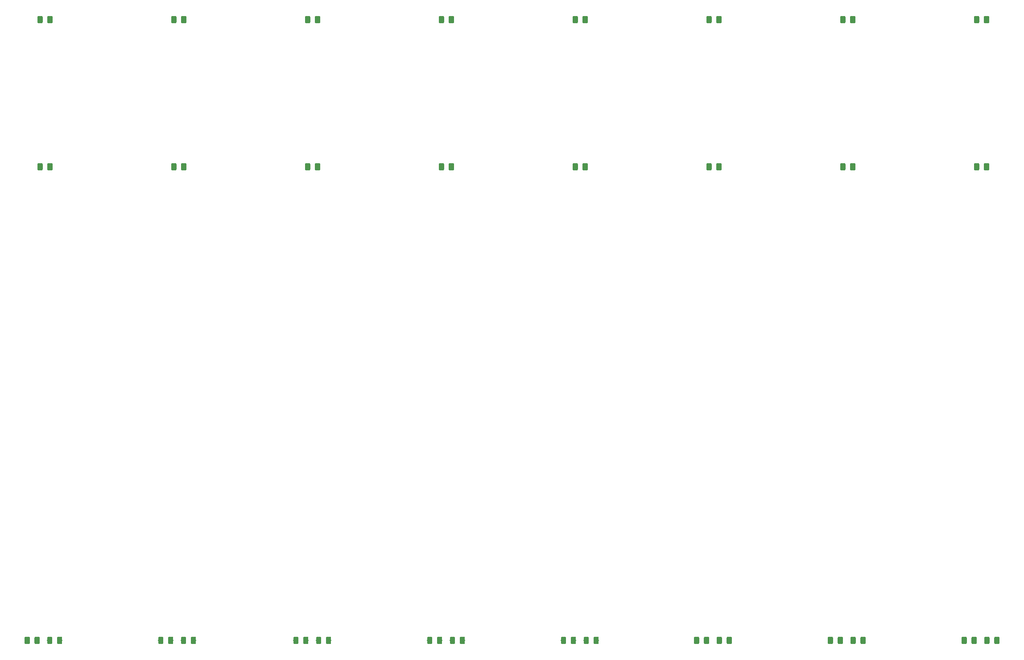
<source format=gbr>
G04 #@! TF.GenerationSoftware,KiCad,Pcbnew,(5.1.4)-1*
G04 #@! TF.CreationDate,2019-10-13T10:06:27+02:00*
G04 #@! TF.ProjectId,ctrl_interface,6374726c-5f69-46e7-9465-72666163652e,rev?*
G04 #@! TF.SameCoordinates,Original*
G04 #@! TF.FileFunction,Paste,Top*
G04 #@! TF.FilePolarity,Positive*
%FSLAX46Y46*%
G04 Gerber Fmt 4.6, Leading zero omitted, Abs format (unit mm)*
G04 Created by KiCad (PCBNEW (5.1.4)-1) date 2019-10-13 10:06:27*
%MOMM*%
%LPD*%
G04 APERTURE LIST*
%ADD10C,0.100000*%
%ADD11C,0.975000*%
G04 APERTURE END LIST*
D10*
G36*
X62908642Y-63309174D02*
G01*
X62932303Y-63312684D01*
X62955507Y-63318496D01*
X62978029Y-63326554D01*
X62999653Y-63336782D01*
X63020170Y-63349079D01*
X63039383Y-63363329D01*
X63057107Y-63379393D01*
X63073171Y-63397117D01*
X63087421Y-63416330D01*
X63099718Y-63436847D01*
X63109946Y-63458471D01*
X63118004Y-63480993D01*
X63123816Y-63504197D01*
X63127326Y-63527858D01*
X63128500Y-63551750D01*
X63128500Y-64464250D01*
X63127326Y-64488142D01*
X63123816Y-64511803D01*
X63118004Y-64535007D01*
X63109946Y-64557529D01*
X63099718Y-64579153D01*
X63087421Y-64599670D01*
X63073171Y-64618883D01*
X63057107Y-64636607D01*
X63039383Y-64652671D01*
X63020170Y-64666921D01*
X62999653Y-64679218D01*
X62978029Y-64689446D01*
X62955507Y-64697504D01*
X62932303Y-64703316D01*
X62908642Y-64706826D01*
X62884750Y-64708000D01*
X62397250Y-64708000D01*
X62373358Y-64706826D01*
X62349697Y-64703316D01*
X62326493Y-64697504D01*
X62303971Y-64689446D01*
X62282347Y-64679218D01*
X62261830Y-64666921D01*
X62242617Y-64652671D01*
X62224893Y-64636607D01*
X62208829Y-64618883D01*
X62194579Y-64599670D01*
X62182282Y-64579153D01*
X62172054Y-64557529D01*
X62163996Y-64535007D01*
X62158184Y-64511803D01*
X62154674Y-64488142D01*
X62153500Y-64464250D01*
X62153500Y-63551750D01*
X62154674Y-63527858D01*
X62158184Y-63504197D01*
X62163996Y-63480993D01*
X62172054Y-63458471D01*
X62182282Y-63436847D01*
X62194579Y-63416330D01*
X62208829Y-63397117D01*
X62224893Y-63379393D01*
X62242617Y-63363329D01*
X62261830Y-63349079D01*
X62282347Y-63336782D01*
X62303971Y-63326554D01*
X62326493Y-63318496D01*
X62349697Y-63312684D01*
X62373358Y-63309174D01*
X62397250Y-63308000D01*
X62884750Y-63308000D01*
X62908642Y-63309174D01*
X62908642Y-63309174D01*
G37*
D11*
X62641000Y-64008000D03*
D10*
G36*
X64783642Y-63309174D02*
G01*
X64807303Y-63312684D01*
X64830507Y-63318496D01*
X64853029Y-63326554D01*
X64874653Y-63336782D01*
X64895170Y-63349079D01*
X64914383Y-63363329D01*
X64932107Y-63379393D01*
X64948171Y-63397117D01*
X64962421Y-63416330D01*
X64974718Y-63436847D01*
X64984946Y-63458471D01*
X64993004Y-63480993D01*
X64998816Y-63504197D01*
X65002326Y-63527858D01*
X65003500Y-63551750D01*
X65003500Y-64464250D01*
X65002326Y-64488142D01*
X64998816Y-64511803D01*
X64993004Y-64535007D01*
X64984946Y-64557529D01*
X64974718Y-64579153D01*
X64962421Y-64599670D01*
X64948171Y-64618883D01*
X64932107Y-64636607D01*
X64914383Y-64652671D01*
X64895170Y-64666921D01*
X64874653Y-64679218D01*
X64853029Y-64689446D01*
X64830507Y-64697504D01*
X64807303Y-64703316D01*
X64783642Y-64706826D01*
X64759750Y-64708000D01*
X64272250Y-64708000D01*
X64248358Y-64706826D01*
X64224697Y-64703316D01*
X64201493Y-64697504D01*
X64178971Y-64689446D01*
X64157347Y-64679218D01*
X64136830Y-64666921D01*
X64117617Y-64652671D01*
X64099893Y-64636607D01*
X64083829Y-64618883D01*
X64069579Y-64599670D01*
X64057282Y-64579153D01*
X64047054Y-64557529D01*
X64038996Y-64535007D01*
X64033184Y-64511803D01*
X64029674Y-64488142D01*
X64028500Y-64464250D01*
X64028500Y-63551750D01*
X64029674Y-63527858D01*
X64033184Y-63504197D01*
X64038996Y-63480993D01*
X64047054Y-63458471D01*
X64057282Y-63436847D01*
X64069579Y-63416330D01*
X64083829Y-63397117D01*
X64099893Y-63379393D01*
X64117617Y-63363329D01*
X64136830Y-63349079D01*
X64157347Y-63336782D01*
X64178971Y-63326554D01*
X64201493Y-63318496D01*
X64224697Y-63312684D01*
X64248358Y-63309174D01*
X64272250Y-63308000D01*
X64759750Y-63308000D01*
X64783642Y-63309174D01*
X64783642Y-63309174D01*
G37*
D11*
X64516000Y-64008000D03*
D10*
G36*
X64783642Y-91249174D02*
G01*
X64807303Y-91252684D01*
X64830507Y-91258496D01*
X64853029Y-91266554D01*
X64874653Y-91276782D01*
X64895170Y-91289079D01*
X64914383Y-91303329D01*
X64932107Y-91319393D01*
X64948171Y-91337117D01*
X64962421Y-91356330D01*
X64974718Y-91376847D01*
X64984946Y-91398471D01*
X64993004Y-91420993D01*
X64998816Y-91444197D01*
X65002326Y-91467858D01*
X65003500Y-91491750D01*
X65003500Y-92404250D01*
X65002326Y-92428142D01*
X64998816Y-92451803D01*
X64993004Y-92475007D01*
X64984946Y-92497529D01*
X64974718Y-92519153D01*
X64962421Y-92539670D01*
X64948171Y-92558883D01*
X64932107Y-92576607D01*
X64914383Y-92592671D01*
X64895170Y-92606921D01*
X64874653Y-92619218D01*
X64853029Y-92629446D01*
X64830507Y-92637504D01*
X64807303Y-92643316D01*
X64783642Y-92646826D01*
X64759750Y-92648000D01*
X64272250Y-92648000D01*
X64248358Y-92646826D01*
X64224697Y-92643316D01*
X64201493Y-92637504D01*
X64178971Y-92629446D01*
X64157347Y-92619218D01*
X64136830Y-92606921D01*
X64117617Y-92592671D01*
X64099893Y-92576607D01*
X64083829Y-92558883D01*
X64069579Y-92539670D01*
X64057282Y-92519153D01*
X64047054Y-92497529D01*
X64038996Y-92475007D01*
X64033184Y-92451803D01*
X64029674Y-92428142D01*
X64028500Y-92404250D01*
X64028500Y-91491750D01*
X64029674Y-91467858D01*
X64033184Y-91444197D01*
X64038996Y-91420993D01*
X64047054Y-91398471D01*
X64057282Y-91376847D01*
X64069579Y-91356330D01*
X64083829Y-91337117D01*
X64099893Y-91319393D01*
X64117617Y-91303329D01*
X64136830Y-91289079D01*
X64157347Y-91276782D01*
X64178971Y-91266554D01*
X64201493Y-91258496D01*
X64224697Y-91252684D01*
X64248358Y-91249174D01*
X64272250Y-91248000D01*
X64759750Y-91248000D01*
X64783642Y-91249174D01*
X64783642Y-91249174D01*
G37*
D11*
X64516000Y-91948000D03*
D10*
G36*
X62908642Y-91249174D02*
G01*
X62932303Y-91252684D01*
X62955507Y-91258496D01*
X62978029Y-91266554D01*
X62999653Y-91276782D01*
X63020170Y-91289079D01*
X63039383Y-91303329D01*
X63057107Y-91319393D01*
X63073171Y-91337117D01*
X63087421Y-91356330D01*
X63099718Y-91376847D01*
X63109946Y-91398471D01*
X63118004Y-91420993D01*
X63123816Y-91444197D01*
X63127326Y-91467858D01*
X63128500Y-91491750D01*
X63128500Y-92404250D01*
X63127326Y-92428142D01*
X63123816Y-92451803D01*
X63118004Y-92475007D01*
X63109946Y-92497529D01*
X63099718Y-92519153D01*
X63087421Y-92539670D01*
X63073171Y-92558883D01*
X63057107Y-92576607D01*
X63039383Y-92592671D01*
X63020170Y-92606921D01*
X62999653Y-92619218D01*
X62978029Y-92629446D01*
X62955507Y-92637504D01*
X62932303Y-92643316D01*
X62908642Y-92646826D01*
X62884750Y-92648000D01*
X62397250Y-92648000D01*
X62373358Y-92646826D01*
X62349697Y-92643316D01*
X62326493Y-92637504D01*
X62303971Y-92629446D01*
X62282347Y-92619218D01*
X62261830Y-92606921D01*
X62242617Y-92592671D01*
X62224893Y-92576607D01*
X62208829Y-92558883D01*
X62194579Y-92539670D01*
X62182282Y-92519153D01*
X62172054Y-92497529D01*
X62163996Y-92475007D01*
X62158184Y-92451803D01*
X62154674Y-92428142D01*
X62153500Y-92404250D01*
X62153500Y-91491750D01*
X62154674Y-91467858D01*
X62158184Y-91444197D01*
X62163996Y-91420993D01*
X62172054Y-91398471D01*
X62182282Y-91376847D01*
X62194579Y-91356330D01*
X62208829Y-91337117D01*
X62224893Y-91319393D01*
X62242617Y-91303329D01*
X62261830Y-91289079D01*
X62282347Y-91276782D01*
X62303971Y-91266554D01*
X62326493Y-91258496D01*
X62349697Y-91252684D01*
X62373358Y-91249174D01*
X62397250Y-91248000D01*
X62884750Y-91248000D01*
X62908642Y-91249174D01*
X62908642Y-91249174D01*
G37*
D11*
X62641000Y-91948000D03*
D10*
G36*
X88308642Y-63309174D02*
G01*
X88332303Y-63312684D01*
X88355507Y-63318496D01*
X88378029Y-63326554D01*
X88399653Y-63336782D01*
X88420170Y-63349079D01*
X88439383Y-63363329D01*
X88457107Y-63379393D01*
X88473171Y-63397117D01*
X88487421Y-63416330D01*
X88499718Y-63436847D01*
X88509946Y-63458471D01*
X88518004Y-63480993D01*
X88523816Y-63504197D01*
X88527326Y-63527858D01*
X88528500Y-63551750D01*
X88528500Y-64464250D01*
X88527326Y-64488142D01*
X88523816Y-64511803D01*
X88518004Y-64535007D01*
X88509946Y-64557529D01*
X88499718Y-64579153D01*
X88487421Y-64599670D01*
X88473171Y-64618883D01*
X88457107Y-64636607D01*
X88439383Y-64652671D01*
X88420170Y-64666921D01*
X88399653Y-64679218D01*
X88378029Y-64689446D01*
X88355507Y-64697504D01*
X88332303Y-64703316D01*
X88308642Y-64706826D01*
X88284750Y-64708000D01*
X87797250Y-64708000D01*
X87773358Y-64706826D01*
X87749697Y-64703316D01*
X87726493Y-64697504D01*
X87703971Y-64689446D01*
X87682347Y-64679218D01*
X87661830Y-64666921D01*
X87642617Y-64652671D01*
X87624893Y-64636607D01*
X87608829Y-64618883D01*
X87594579Y-64599670D01*
X87582282Y-64579153D01*
X87572054Y-64557529D01*
X87563996Y-64535007D01*
X87558184Y-64511803D01*
X87554674Y-64488142D01*
X87553500Y-64464250D01*
X87553500Y-63551750D01*
X87554674Y-63527858D01*
X87558184Y-63504197D01*
X87563996Y-63480993D01*
X87572054Y-63458471D01*
X87582282Y-63436847D01*
X87594579Y-63416330D01*
X87608829Y-63397117D01*
X87624893Y-63379393D01*
X87642617Y-63363329D01*
X87661830Y-63349079D01*
X87682347Y-63336782D01*
X87703971Y-63326554D01*
X87726493Y-63318496D01*
X87749697Y-63312684D01*
X87773358Y-63309174D01*
X87797250Y-63308000D01*
X88284750Y-63308000D01*
X88308642Y-63309174D01*
X88308642Y-63309174D01*
G37*
D11*
X88041000Y-64008000D03*
D10*
G36*
X90183642Y-63309174D02*
G01*
X90207303Y-63312684D01*
X90230507Y-63318496D01*
X90253029Y-63326554D01*
X90274653Y-63336782D01*
X90295170Y-63349079D01*
X90314383Y-63363329D01*
X90332107Y-63379393D01*
X90348171Y-63397117D01*
X90362421Y-63416330D01*
X90374718Y-63436847D01*
X90384946Y-63458471D01*
X90393004Y-63480993D01*
X90398816Y-63504197D01*
X90402326Y-63527858D01*
X90403500Y-63551750D01*
X90403500Y-64464250D01*
X90402326Y-64488142D01*
X90398816Y-64511803D01*
X90393004Y-64535007D01*
X90384946Y-64557529D01*
X90374718Y-64579153D01*
X90362421Y-64599670D01*
X90348171Y-64618883D01*
X90332107Y-64636607D01*
X90314383Y-64652671D01*
X90295170Y-64666921D01*
X90274653Y-64679218D01*
X90253029Y-64689446D01*
X90230507Y-64697504D01*
X90207303Y-64703316D01*
X90183642Y-64706826D01*
X90159750Y-64708000D01*
X89672250Y-64708000D01*
X89648358Y-64706826D01*
X89624697Y-64703316D01*
X89601493Y-64697504D01*
X89578971Y-64689446D01*
X89557347Y-64679218D01*
X89536830Y-64666921D01*
X89517617Y-64652671D01*
X89499893Y-64636607D01*
X89483829Y-64618883D01*
X89469579Y-64599670D01*
X89457282Y-64579153D01*
X89447054Y-64557529D01*
X89438996Y-64535007D01*
X89433184Y-64511803D01*
X89429674Y-64488142D01*
X89428500Y-64464250D01*
X89428500Y-63551750D01*
X89429674Y-63527858D01*
X89433184Y-63504197D01*
X89438996Y-63480993D01*
X89447054Y-63458471D01*
X89457282Y-63436847D01*
X89469579Y-63416330D01*
X89483829Y-63397117D01*
X89499893Y-63379393D01*
X89517617Y-63363329D01*
X89536830Y-63349079D01*
X89557347Y-63336782D01*
X89578971Y-63326554D01*
X89601493Y-63318496D01*
X89624697Y-63312684D01*
X89648358Y-63309174D01*
X89672250Y-63308000D01*
X90159750Y-63308000D01*
X90183642Y-63309174D01*
X90183642Y-63309174D01*
G37*
D11*
X89916000Y-64008000D03*
D10*
G36*
X90183642Y-91249174D02*
G01*
X90207303Y-91252684D01*
X90230507Y-91258496D01*
X90253029Y-91266554D01*
X90274653Y-91276782D01*
X90295170Y-91289079D01*
X90314383Y-91303329D01*
X90332107Y-91319393D01*
X90348171Y-91337117D01*
X90362421Y-91356330D01*
X90374718Y-91376847D01*
X90384946Y-91398471D01*
X90393004Y-91420993D01*
X90398816Y-91444197D01*
X90402326Y-91467858D01*
X90403500Y-91491750D01*
X90403500Y-92404250D01*
X90402326Y-92428142D01*
X90398816Y-92451803D01*
X90393004Y-92475007D01*
X90384946Y-92497529D01*
X90374718Y-92519153D01*
X90362421Y-92539670D01*
X90348171Y-92558883D01*
X90332107Y-92576607D01*
X90314383Y-92592671D01*
X90295170Y-92606921D01*
X90274653Y-92619218D01*
X90253029Y-92629446D01*
X90230507Y-92637504D01*
X90207303Y-92643316D01*
X90183642Y-92646826D01*
X90159750Y-92648000D01*
X89672250Y-92648000D01*
X89648358Y-92646826D01*
X89624697Y-92643316D01*
X89601493Y-92637504D01*
X89578971Y-92629446D01*
X89557347Y-92619218D01*
X89536830Y-92606921D01*
X89517617Y-92592671D01*
X89499893Y-92576607D01*
X89483829Y-92558883D01*
X89469579Y-92539670D01*
X89457282Y-92519153D01*
X89447054Y-92497529D01*
X89438996Y-92475007D01*
X89433184Y-92451803D01*
X89429674Y-92428142D01*
X89428500Y-92404250D01*
X89428500Y-91491750D01*
X89429674Y-91467858D01*
X89433184Y-91444197D01*
X89438996Y-91420993D01*
X89447054Y-91398471D01*
X89457282Y-91376847D01*
X89469579Y-91356330D01*
X89483829Y-91337117D01*
X89499893Y-91319393D01*
X89517617Y-91303329D01*
X89536830Y-91289079D01*
X89557347Y-91276782D01*
X89578971Y-91266554D01*
X89601493Y-91258496D01*
X89624697Y-91252684D01*
X89648358Y-91249174D01*
X89672250Y-91248000D01*
X90159750Y-91248000D01*
X90183642Y-91249174D01*
X90183642Y-91249174D01*
G37*
D11*
X89916000Y-91948000D03*
D10*
G36*
X88308642Y-91249174D02*
G01*
X88332303Y-91252684D01*
X88355507Y-91258496D01*
X88378029Y-91266554D01*
X88399653Y-91276782D01*
X88420170Y-91289079D01*
X88439383Y-91303329D01*
X88457107Y-91319393D01*
X88473171Y-91337117D01*
X88487421Y-91356330D01*
X88499718Y-91376847D01*
X88509946Y-91398471D01*
X88518004Y-91420993D01*
X88523816Y-91444197D01*
X88527326Y-91467858D01*
X88528500Y-91491750D01*
X88528500Y-92404250D01*
X88527326Y-92428142D01*
X88523816Y-92451803D01*
X88518004Y-92475007D01*
X88509946Y-92497529D01*
X88499718Y-92519153D01*
X88487421Y-92539670D01*
X88473171Y-92558883D01*
X88457107Y-92576607D01*
X88439383Y-92592671D01*
X88420170Y-92606921D01*
X88399653Y-92619218D01*
X88378029Y-92629446D01*
X88355507Y-92637504D01*
X88332303Y-92643316D01*
X88308642Y-92646826D01*
X88284750Y-92648000D01*
X87797250Y-92648000D01*
X87773358Y-92646826D01*
X87749697Y-92643316D01*
X87726493Y-92637504D01*
X87703971Y-92629446D01*
X87682347Y-92619218D01*
X87661830Y-92606921D01*
X87642617Y-92592671D01*
X87624893Y-92576607D01*
X87608829Y-92558883D01*
X87594579Y-92539670D01*
X87582282Y-92519153D01*
X87572054Y-92497529D01*
X87563996Y-92475007D01*
X87558184Y-92451803D01*
X87554674Y-92428142D01*
X87553500Y-92404250D01*
X87553500Y-91491750D01*
X87554674Y-91467858D01*
X87558184Y-91444197D01*
X87563996Y-91420993D01*
X87572054Y-91398471D01*
X87582282Y-91376847D01*
X87594579Y-91356330D01*
X87608829Y-91337117D01*
X87624893Y-91319393D01*
X87642617Y-91303329D01*
X87661830Y-91289079D01*
X87682347Y-91276782D01*
X87703971Y-91266554D01*
X87726493Y-91258496D01*
X87749697Y-91252684D01*
X87773358Y-91249174D01*
X87797250Y-91248000D01*
X88284750Y-91248000D01*
X88308642Y-91249174D01*
X88308642Y-91249174D01*
G37*
D11*
X88041000Y-91948000D03*
D10*
G36*
X113708642Y-63309174D02*
G01*
X113732303Y-63312684D01*
X113755507Y-63318496D01*
X113778029Y-63326554D01*
X113799653Y-63336782D01*
X113820170Y-63349079D01*
X113839383Y-63363329D01*
X113857107Y-63379393D01*
X113873171Y-63397117D01*
X113887421Y-63416330D01*
X113899718Y-63436847D01*
X113909946Y-63458471D01*
X113918004Y-63480993D01*
X113923816Y-63504197D01*
X113927326Y-63527858D01*
X113928500Y-63551750D01*
X113928500Y-64464250D01*
X113927326Y-64488142D01*
X113923816Y-64511803D01*
X113918004Y-64535007D01*
X113909946Y-64557529D01*
X113899718Y-64579153D01*
X113887421Y-64599670D01*
X113873171Y-64618883D01*
X113857107Y-64636607D01*
X113839383Y-64652671D01*
X113820170Y-64666921D01*
X113799653Y-64679218D01*
X113778029Y-64689446D01*
X113755507Y-64697504D01*
X113732303Y-64703316D01*
X113708642Y-64706826D01*
X113684750Y-64708000D01*
X113197250Y-64708000D01*
X113173358Y-64706826D01*
X113149697Y-64703316D01*
X113126493Y-64697504D01*
X113103971Y-64689446D01*
X113082347Y-64679218D01*
X113061830Y-64666921D01*
X113042617Y-64652671D01*
X113024893Y-64636607D01*
X113008829Y-64618883D01*
X112994579Y-64599670D01*
X112982282Y-64579153D01*
X112972054Y-64557529D01*
X112963996Y-64535007D01*
X112958184Y-64511803D01*
X112954674Y-64488142D01*
X112953500Y-64464250D01*
X112953500Y-63551750D01*
X112954674Y-63527858D01*
X112958184Y-63504197D01*
X112963996Y-63480993D01*
X112972054Y-63458471D01*
X112982282Y-63436847D01*
X112994579Y-63416330D01*
X113008829Y-63397117D01*
X113024893Y-63379393D01*
X113042617Y-63363329D01*
X113061830Y-63349079D01*
X113082347Y-63336782D01*
X113103971Y-63326554D01*
X113126493Y-63318496D01*
X113149697Y-63312684D01*
X113173358Y-63309174D01*
X113197250Y-63308000D01*
X113684750Y-63308000D01*
X113708642Y-63309174D01*
X113708642Y-63309174D01*
G37*
D11*
X113441000Y-64008000D03*
D10*
G36*
X115583642Y-63309174D02*
G01*
X115607303Y-63312684D01*
X115630507Y-63318496D01*
X115653029Y-63326554D01*
X115674653Y-63336782D01*
X115695170Y-63349079D01*
X115714383Y-63363329D01*
X115732107Y-63379393D01*
X115748171Y-63397117D01*
X115762421Y-63416330D01*
X115774718Y-63436847D01*
X115784946Y-63458471D01*
X115793004Y-63480993D01*
X115798816Y-63504197D01*
X115802326Y-63527858D01*
X115803500Y-63551750D01*
X115803500Y-64464250D01*
X115802326Y-64488142D01*
X115798816Y-64511803D01*
X115793004Y-64535007D01*
X115784946Y-64557529D01*
X115774718Y-64579153D01*
X115762421Y-64599670D01*
X115748171Y-64618883D01*
X115732107Y-64636607D01*
X115714383Y-64652671D01*
X115695170Y-64666921D01*
X115674653Y-64679218D01*
X115653029Y-64689446D01*
X115630507Y-64697504D01*
X115607303Y-64703316D01*
X115583642Y-64706826D01*
X115559750Y-64708000D01*
X115072250Y-64708000D01*
X115048358Y-64706826D01*
X115024697Y-64703316D01*
X115001493Y-64697504D01*
X114978971Y-64689446D01*
X114957347Y-64679218D01*
X114936830Y-64666921D01*
X114917617Y-64652671D01*
X114899893Y-64636607D01*
X114883829Y-64618883D01*
X114869579Y-64599670D01*
X114857282Y-64579153D01*
X114847054Y-64557529D01*
X114838996Y-64535007D01*
X114833184Y-64511803D01*
X114829674Y-64488142D01*
X114828500Y-64464250D01*
X114828500Y-63551750D01*
X114829674Y-63527858D01*
X114833184Y-63504197D01*
X114838996Y-63480993D01*
X114847054Y-63458471D01*
X114857282Y-63436847D01*
X114869579Y-63416330D01*
X114883829Y-63397117D01*
X114899893Y-63379393D01*
X114917617Y-63363329D01*
X114936830Y-63349079D01*
X114957347Y-63336782D01*
X114978971Y-63326554D01*
X115001493Y-63318496D01*
X115024697Y-63312684D01*
X115048358Y-63309174D01*
X115072250Y-63308000D01*
X115559750Y-63308000D01*
X115583642Y-63309174D01*
X115583642Y-63309174D01*
G37*
D11*
X115316000Y-64008000D03*
D10*
G36*
X115583642Y-91249174D02*
G01*
X115607303Y-91252684D01*
X115630507Y-91258496D01*
X115653029Y-91266554D01*
X115674653Y-91276782D01*
X115695170Y-91289079D01*
X115714383Y-91303329D01*
X115732107Y-91319393D01*
X115748171Y-91337117D01*
X115762421Y-91356330D01*
X115774718Y-91376847D01*
X115784946Y-91398471D01*
X115793004Y-91420993D01*
X115798816Y-91444197D01*
X115802326Y-91467858D01*
X115803500Y-91491750D01*
X115803500Y-92404250D01*
X115802326Y-92428142D01*
X115798816Y-92451803D01*
X115793004Y-92475007D01*
X115784946Y-92497529D01*
X115774718Y-92519153D01*
X115762421Y-92539670D01*
X115748171Y-92558883D01*
X115732107Y-92576607D01*
X115714383Y-92592671D01*
X115695170Y-92606921D01*
X115674653Y-92619218D01*
X115653029Y-92629446D01*
X115630507Y-92637504D01*
X115607303Y-92643316D01*
X115583642Y-92646826D01*
X115559750Y-92648000D01*
X115072250Y-92648000D01*
X115048358Y-92646826D01*
X115024697Y-92643316D01*
X115001493Y-92637504D01*
X114978971Y-92629446D01*
X114957347Y-92619218D01*
X114936830Y-92606921D01*
X114917617Y-92592671D01*
X114899893Y-92576607D01*
X114883829Y-92558883D01*
X114869579Y-92539670D01*
X114857282Y-92519153D01*
X114847054Y-92497529D01*
X114838996Y-92475007D01*
X114833184Y-92451803D01*
X114829674Y-92428142D01*
X114828500Y-92404250D01*
X114828500Y-91491750D01*
X114829674Y-91467858D01*
X114833184Y-91444197D01*
X114838996Y-91420993D01*
X114847054Y-91398471D01*
X114857282Y-91376847D01*
X114869579Y-91356330D01*
X114883829Y-91337117D01*
X114899893Y-91319393D01*
X114917617Y-91303329D01*
X114936830Y-91289079D01*
X114957347Y-91276782D01*
X114978971Y-91266554D01*
X115001493Y-91258496D01*
X115024697Y-91252684D01*
X115048358Y-91249174D01*
X115072250Y-91248000D01*
X115559750Y-91248000D01*
X115583642Y-91249174D01*
X115583642Y-91249174D01*
G37*
D11*
X115316000Y-91948000D03*
D10*
G36*
X113708642Y-91249174D02*
G01*
X113732303Y-91252684D01*
X113755507Y-91258496D01*
X113778029Y-91266554D01*
X113799653Y-91276782D01*
X113820170Y-91289079D01*
X113839383Y-91303329D01*
X113857107Y-91319393D01*
X113873171Y-91337117D01*
X113887421Y-91356330D01*
X113899718Y-91376847D01*
X113909946Y-91398471D01*
X113918004Y-91420993D01*
X113923816Y-91444197D01*
X113927326Y-91467858D01*
X113928500Y-91491750D01*
X113928500Y-92404250D01*
X113927326Y-92428142D01*
X113923816Y-92451803D01*
X113918004Y-92475007D01*
X113909946Y-92497529D01*
X113899718Y-92519153D01*
X113887421Y-92539670D01*
X113873171Y-92558883D01*
X113857107Y-92576607D01*
X113839383Y-92592671D01*
X113820170Y-92606921D01*
X113799653Y-92619218D01*
X113778029Y-92629446D01*
X113755507Y-92637504D01*
X113732303Y-92643316D01*
X113708642Y-92646826D01*
X113684750Y-92648000D01*
X113197250Y-92648000D01*
X113173358Y-92646826D01*
X113149697Y-92643316D01*
X113126493Y-92637504D01*
X113103971Y-92629446D01*
X113082347Y-92619218D01*
X113061830Y-92606921D01*
X113042617Y-92592671D01*
X113024893Y-92576607D01*
X113008829Y-92558883D01*
X112994579Y-92539670D01*
X112982282Y-92519153D01*
X112972054Y-92497529D01*
X112963996Y-92475007D01*
X112958184Y-92451803D01*
X112954674Y-92428142D01*
X112953500Y-92404250D01*
X112953500Y-91491750D01*
X112954674Y-91467858D01*
X112958184Y-91444197D01*
X112963996Y-91420993D01*
X112972054Y-91398471D01*
X112982282Y-91376847D01*
X112994579Y-91356330D01*
X113008829Y-91337117D01*
X113024893Y-91319393D01*
X113042617Y-91303329D01*
X113061830Y-91289079D01*
X113082347Y-91276782D01*
X113103971Y-91266554D01*
X113126493Y-91258496D01*
X113149697Y-91252684D01*
X113173358Y-91249174D01*
X113197250Y-91248000D01*
X113684750Y-91248000D01*
X113708642Y-91249174D01*
X113708642Y-91249174D01*
G37*
D11*
X113441000Y-91948000D03*
D10*
G36*
X139108642Y-63309174D02*
G01*
X139132303Y-63312684D01*
X139155507Y-63318496D01*
X139178029Y-63326554D01*
X139199653Y-63336782D01*
X139220170Y-63349079D01*
X139239383Y-63363329D01*
X139257107Y-63379393D01*
X139273171Y-63397117D01*
X139287421Y-63416330D01*
X139299718Y-63436847D01*
X139309946Y-63458471D01*
X139318004Y-63480993D01*
X139323816Y-63504197D01*
X139327326Y-63527858D01*
X139328500Y-63551750D01*
X139328500Y-64464250D01*
X139327326Y-64488142D01*
X139323816Y-64511803D01*
X139318004Y-64535007D01*
X139309946Y-64557529D01*
X139299718Y-64579153D01*
X139287421Y-64599670D01*
X139273171Y-64618883D01*
X139257107Y-64636607D01*
X139239383Y-64652671D01*
X139220170Y-64666921D01*
X139199653Y-64679218D01*
X139178029Y-64689446D01*
X139155507Y-64697504D01*
X139132303Y-64703316D01*
X139108642Y-64706826D01*
X139084750Y-64708000D01*
X138597250Y-64708000D01*
X138573358Y-64706826D01*
X138549697Y-64703316D01*
X138526493Y-64697504D01*
X138503971Y-64689446D01*
X138482347Y-64679218D01*
X138461830Y-64666921D01*
X138442617Y-64652671D01*
X138424893Y-64636607D01*
X138408829Y-64618883D01*
X138394579Y-64599670D01*
X138382282Y-64579153D01*
X138372054Y-64557529D01*
X138363996Y-64535007D01*
X138358184Y-64511803D01*
X138354674Y-64488142D01*
X138353500Y-64464250D01*
X138353500Y-63551750D01*
X138354674Y-63527858D01*
X138358184Y-63504197D01*
X138363996Y-63480993D01*
X138372054Y-63458471D01*
X138382282Y-63436847D01*
X138394579Y-63416330D01*
X138408829Y-63397117D01*
X138424893Y-63379393D01*
X138442617Y-63363329D01*
X138461830Y-63349079D01*
X138482347Y-63336782D01*
X138503971Y-63326554D01*
X138526493Y-63318496D01*
X138549697Y-63312684D01*
X138573358Y-63309174D01*
X138597250Y-63308000D01*
X139084750Y-63308000D01*
X139108642Y-63309174D01*
X139108642Y-63309174D01*
G37*
D11*
X138841000Y-64008000D03*
D10*
G36*
X140983642Y-63309174D02*
G01*
X141007303Y-63312684D01*
X141030507Y-63318496D01*
X141053029Y-63326554D01*
X141074653Y-63336782D01*
X141095170Y-63349079D01*
X141114383Y-63363329D01*
X141132107Y-63379393D01*
X141148171Y-63397117D01*
X141162421Y-63416330D01*
X141174718Y-63436847D01*
X141184946Y-63458471D01*
X141193004Y-63480993D01*
X141198816Y-63504197D01*
X141202326Y-63527858D01*
X141203500Y-63551750D01*
X141203500Y-64464250D01*
X141202326Y-64488142D01*
X141198816Y-64511803D01*
X141193004Y-64535007D01*
X141184946Y-64557529D01*
X141174718Y-64579153D01*
X141162421Y-64599670D01*
X141148171Y-64618883D01*
X141132107Y-64636607D01*
X141114383Y-64652671D01*
X141095170Y-64666921D01*
X141074653Y-64679218D01*
X141053029Y-64689446D01*
X141030507Y-64697504D01*
X141007303Y-64703316D01*
X140983642Y-64706826D01*
X140959750Y-64708000D01*
X140472250Y-64708000D01*
X140448358Y-64706826D01*
X140424697Y-64703316D01*
X140401493Y-64697504D01*
X140378971Y-64689446D01*
X140357347Y-64679218D01*
X140336830Y-64666921D01*
X140317617Y-64652671D01*
X140299893Y-64636607D01*
X140283829Y-64618883D01*
X140269579Y-64599670D01*
X140257282Y-64579153D01*
X140247054Y-64557529D01*
X140238996Y-64535007D01*
X140233184Y-64511803D01*
X140229674Y-64488142D01*
X140228500Y-64464250D01*
X140228500Y-63551750D01*
X140229674Y-63527858D01*
X140233184Y-63504197D01*
X140238996Y-63480993D01*
X140247054Y-63458471D01*
X140257282Y-63436847D01*
X140269579Y-63416330D01*
X140283829Y-63397117D01*
X140299893Y-63379393D01*
X140317617Y-63363329D01*
X140336830Y-63349079D01*
X140357347Y-63336782D01*
X140378971Y-63326554D01*
X140401493Y-63318496D01*
X140424697Y-63312684D01*
X140448358Y-63309174D01*
X140472250Y-63308000D01*
X140959750Y-63308000D01*
X140983642Y-63309174D01*
X140983642Y-63309174D01*
G37*
D11*
X140716000Y-64008000D03*
D10*
G36*
X140983642Y-91249174D02*
G01*
X141007303Y-91252684D01*
X141030507Y-91258496D01*
X141053029Y-91266554D01*
X141074653Y-91276782D01*
X141095170Y-91289079D01*
X141114383Y-91303329D01*
X141132107Y-91319393D01*
X141148171Y-91337117D01*
X141162421Y-91356330D01*
X141174718Y-91376847D01*
X141184946Y-91398471D01*
X141193004Y-91420993D01*
X141198816Y-91444197D01*
X141202326Y-91467858D01*
X141203500Y-91491750D01*
X141203500Y-92404250D01*
X141202326Y-92428142D01*
X141198816Y-92451803D01*
X141193004Y-92475007D01*
X141184946Y-92497529D01*
X141174718Y-92519153D01*
X141162421Y-92539670D01*
X141148171Y-92558883D01*
X141132107Y-92576607D01*
X141114383Y-92592671D01*
X141095170Y-92606921D01*
X141074653Y-92619218D01*
X141053029Y-92629446D01*
X141030507Y-92637504D01*
X141007303Y-92643316D01*
X140983642Y-92646826D01*
X140959750Y-92648000D01*
X140472250Y-92648000D01*
X140448358Y-92646826D01*
X140424697Y-92643316D01*
X140401493Y-92637504D01*
X140378971Y-92629446D01*
X140357347Y-92619218D01*
X140336830Y-92606921D01*
X140317617Y-92592671D01*
X140299893Y-92576607D01*
X140283829Y-92558883D01*
X140269579Y-92539670D01*
X140257282Y-92519153D01*
X140247054Y-92497529D01*
X140238996Y-92475007D01*
X140233184Y-92451803D01*
X140229674Y-92428142D01*
X140228500Y-92404250D01*
X140228500Y-91491750D01*
X140229674Y-91467858D01*
X140233184Y-91444197D01*
X140238996Y-91420993D01*
X140247054Y-91398471D01*
X140257282Y-91376847D01*
X140269579Y-91356330D01*
X140283829Y-91337117D01*
X140299893Y-91319393D01*
X140317617Y-91303329D01*
X140336830Y-91289079D01*
X140357347Y-91276782D01*
X140378971Y-91266554D01*
X140401493Y-91258496D01*
X140424697Y-91252684D01*
X140448358Y-91249174D01*
X140472250Y-91248000D01*
X140959750Y-91248000D01*
X140983642Y-91249174D01*
X140983642Y-91249174D01*
G37*
D11*
X140716000Y-91948000D03*
D10*
G36*
X139108642Y-91249174D02*
G01*
X139132303Y-91252684D01*
X139155507Y-91258496D01*
X139178029Y-91266554D01*
X139199653Y-91276782D01*
X139220170Y-91289079D01*
X139239383Y-91303329D01*
X139257107Y-91319393D01*
X139273171Y-91337117D01*
X139287421Y-91356330D01*
X139299718Y-91376847D01*
X139309946Y-91398471D01*
X139318004Y-91420993D01*
X139323816Y-91444197D01*
X139327326Y-91467858D01*
X139328500Y-91491750D01*
X139328500Y-92404250D01*
X139327326Y-92428142D01*
X139323816Y-92451803D01*
X139318004Y-92475007D01*
X139309946Y-92497529D01*
X139299718Y-92519153D01*
X139287421Y-92539670D01*
X139273171Y-92558883D01*
X139257107Y-92576607D01*
X139239383Y-92592671D01*
X139220170Y-92606921D01*
X139199653Y-92619218D01*
X139178029Y-92629446D01*
X139155507Y-92637504D01*
X139132303Y-92643316D01*
X139108642Y-92646826D01*
X139084750Y-92648000D01*
X138597250Y-92648000D01*
X138573358Y-92646826D01*
X138549697Y-92643316D01*
X138526493Y-92637504D01*
X138503971Y-92629446D01*
X138482347Y-92619218D01*
X138461830Y-92606921D01*
X138442617Y-92592671D01*
X138424893Y-92576607D01*
X138408829Y-92558883D01*
X138394579Y-92539670D01*
X138382282Y-92519153D01*
X138372054Y-92497529D01*
X138363996Y-92475007D01*
X138358184Y-92451803D01*
X138354674Y-92428142D01*
X138353500Y-92404250D01*
X138353500Y-91491750D01*
X138354674Y-91467858D01*
X138358184Y-91444197D01*
X138363996Y-91420993D01*
X138372054Y-91398471D01*
X138382282Y-91376847D01*
X138394579Y-91356330D01*
X138408829Y-91337117D01*
X138424893Y-91319393D01*
X138442617Y-91303329D01*
X138461830Y-91289079D01*
X138482347Y-91276782D01*
X138503971Y-91266554D01*
X138526493Y-91258496D01*
X138549697Y-91252684D01*
X138573358Y-91249174D01*
X138597250Y-91248000D01*
X139084750Y-91248000D01*
X139108642Y-91249174D01*
X139108642Y-91249174D01*
G37*
D11*
X138841000Y-91948000D03*
D10*
G36*
X164508642Y-63309174D02*
G01*
X164532303Y-63312684D01*
X164555507Y-63318496D01*
X164578029Y-63326554D01*
X164599653Y-63336782D01*
X164620170Y-63349079D01*
X164639383Y-63363329D01*
X164657107Y-63379393D01*
X164673171Y-63397117D01*
X164687421Y-63416330D01*
X164699718Y-63436847D01*
X164709946Y-63458471D01*
X164718004Y-63480993D01*
X164723816Y-63504197D01*
X164727326Y-63527858D01*
X164728500Y-63551750D01*
X164728500Y-64464250D01*
X164727326Y-64488142D01*
X164723816Y-64511803D01*
X164718004Y-64535007D01*
X164709946Y-64557529D01*
X164699718Y-64579153D01*
X164687421Y-64599670D01*
X164673171Y-64618883D01*
X164657107Y-64636607D01*
X164639383Y-64652671D01*
X164620170Y-64666921D01*
X164599653Y-64679218D01*
X164578029Y-64689446D01*
X164555507Y-64697504D01*
X164532303Y-64703316D01*
X164508642Y-64706826D01*
X164484750Y-64708000D01*
X163997250Y-64708000D01*
X163973358Y-64706826D01*
X163949697Y-64703316D01*
X163926493Y-64697504D01*
X163903971Y-64689446D01*
X163882347Y-64679218D01*
X163861830Y-64666921D01*
X163842617Y-64652671D01*
X163824893Y-64636607D01*
X163808829Y-64618883D01*
X163794579Y-64599670D01*
X163782282Y-64579153D01*
X163772054Y-64557529D01*
X163763996Y-64535007D01*
X163758184Y-64511803D01*
X163754674Y-64488142D01*
X163753500Y-64464250D01*
X163753500Y-63551750D01*
X163754674Y-63527858D01*
X163758184Y-63504197D01*
X163763996Y-63480993D01*
X163772054Y-63458471D01*
X163782282Y-63436847D01*
X163794579Y-63416330D01*
X163808829Y-63397117D01*
X163824893Y-63379393D01*
X163842617Y-63363329D01*
X163861830Y-63349079D01*
X163882347Y-63336782D01*
X163903971Y-63326554D01*
X163926493Y-63318496D01*
X163949697Y-63312684D01*
X163973358Y-63309174D01*
X163997250Y-63308000D01*
X164484750Y-63308000D01*
X164508642Y-63309174D01*
X164508642Y-63309174D01*
G37*
D11*
X164241000Y-64008000D03*
D10*
G36*
X166383642Y-63309174D02*
G01*
X166407303Y-63312684D01*
X166430507Y-63318496D01*
X166453029Y-63326554D01*
X166474653Y-63336782D01*
X166495170Y-63349079D01*
X166514383Y-63363329D01*
X166532107Y-63379393D01*
X166548171Y-63397117D01*
X166562421Y-63416330D01*
X166574718Y-63436847D01*
X166584946Y-63458471D01*
X166593004Y-63480993D01*
X166598816Y-63504197D01*
X166602326Y-63527858D01*
X166603500Y-63551750D01*
X166603500Y-64464250D01*
X166602326Y-64488142D01*
X166598816Y-64511803D01*
X166593004Y-64535007D01*
X166584946Y-64557529D01*
X166574718Y-64579153D01*
X166562421Y-64599670D01*
X166548171Y-64618883D01*
X166532107Y-64636607D01*
X166514383Y-64652671D01*
X166495170Y-64666921D01*
X166474653Y-64679218D01*
X166453029Y-64689446D01*
X166430507Y-64697504D01*
X166407303Y-64703316D01*
X166383642Y-64706826D01*
X166359750Y-64708000D01*
X165872250Y-64708000D01*
X165848358Y-64706826D01*
X165824697Y-64703316D01*
X165801493Y-64697504D01*
X165778971Y-64689446D01*
X165757347Y-64679218D01*
X165736830Y-64666921D01*
X165717617Y-64652671D01*
X165699893Y-64636607D01*
X165683829Y-64618883D01*
X165669579Y-64599670D01*
X165657282Y-64579153D01*
X165647054Y-64557529D01*
X165638996Y-64535007D01*
X165633184Y-64511803D01*
X165629674Y-64488142D01*
X165628500Y-64464250D01*
X165628500Y-63551750D01*
X165629674Y-63527858D01*
X165633184Y-63504197D01*
X165638996Y-63480993D01*
X165647054Y-63458471D01*
X165657282Y-63436847D01*
X165669579Y-63416330D01*
X165683829Y-63397117D01*
X165699893Y-63379393D01*
X165717617Y-63363329D01*
X165736830Y-63349079D01*
X165757347Y-63336782D01*
X165778971Y-63326554D01*
X165801493Y-63318496D01*
X165824697Y-63312684D01*
X165848358Y-63309174D01*
X165872250Y-63308000D01*
X166359750Y-63308000D01*
X166383642Y-63309174D01*
X166383642Y-63309174D01*
G37*
D11*
X166116000Y-64008000D03*
D10*
G36*
X166383642Y-91249174D02*
G01*
X166407303Y-91252684D01*
X166430507Y-91258496D01*
X166453029Y-91266554D01*
X166474653Y-91276782D01*
X166495170Y-91289079D01*
X166514383Y-91303329D01*
X166532107Y-91319393D01*
X166548171Y-91337117D01*
X166562421Y-91356330D01*
X166574718Y-91376847D01*
X166584946Y-91398471D01*
X166593004Y-91420993D01*
X166598816Y-91444197D01*
X166602326Y-91467858D01*
X166603500Y-91491750D01*
X166603500Y-92404250D01*
X166602326Y-92428142D01*
X166598816Y-92451803D01*
X166593004Y-92475007D01*
X166584946Y-92497529D01*
X166574718Y-92519153D01*
X166562421Y-92539670D01*
X166548171Y-92558883D01*
X166532107Y-92576607D01*
X166514383Y-92592671D01*
X166495170Y-92606921D01*
X166474653Y-92619218D01*
X166453029Y-92629446D01*
X166430507Y-92637504D01*
X166407303Y-92643316D01*
X166383642Y-92646826D01*
X166359750Y-92648000D01*
X165872250Y-92648000D01*
X165848358Y-92646826D01*
X165824697Y-92643316D01*
X165801493Y-92637504D01*
X165778971Y-92629446D01*
X165757347Y-92619218D01*
X165736830Y-92606921D01*
X165717617Y-92592671D01*
X165699893Y-92576607D01*
X165683829Y-92558883D01*
X165669579Y-92539670D01*
X165657282Y-92519153D01*
X165647054Y-92497529D01*
X165638996Y-92475007D01*
X165633184Y-92451803D01*
X165629674Y-92428142D01*
X165628500Y-92404250D01*
X165628500Y-91491750D01*
X165629674Y-91467858D01*
X165633184Y-91444197D01*
X165638996Y-91420993D01*
X165647054Y-91398471D01*
X165657282Y-91376847D01*
X165669579Y-91356330D01*
X165683829Y-91337117D01*
X165699893Y-91319393D01*
X165717617Y-91303329D01*
X165736830Y-91289079D01*
X165757347Y-91276782D01*
X165778971Y-91266554D01*
X165801493Y-91258496D01*
X165824697Y-91252684D01*
X165848358Y-91249174D01*
X165872250Y-91248000D01*
X166359750Y-91248000D01*
X166383642Y-91249174D01*
X166383642Y-91249174D01*
G37*
D11*
X166116000Y-91948000D03*
D10*
G36*
X164508642Y-91249174D02*
G01*
X164532303Y-91252684D01*
X164555507Y-91258496D01*
X164578029Y-91266554D01*
X164599653Y-91276782D01*
X164620170Y-91289079D01*
X164639383Y-91303329D01*
X164657107Y-91319393D01*
X164673171Y-91337117D01*
X164687421Y-91356330D01*
X164699718Y-91376847D01*
X164709946Y-91398471D01*
X164718004Y-91420993D01*
X164723816Y-91444197D01*
X164727326Y-91467858D01*
X164728500Y-91491750D01*
X164728500Y-92404250D01*
X164727326Y-92428142D01*
X164723816Y-92451803D01*
X164718004Y-92475007D01*
X164709946Y-92497529D01*
X164699718Y-92519153D01*
X164687421Y-92539670D01*
X164673171Y-92558883D01*
X164657107Y-92576607D01*
X164639383Y-92592671D01*
X164620170Y-92606921D01*
X164599653Y-92619218D01*
X164578029Y-92629446D01*
X164555507Y-92637504D01*
X164532303Y-92643316D01*
X164508642Y-92646826D01*
X164484750Y-92648000D01*
X163997250Y-92648000D01*
X163973358Y-92646826D01*
X163949697Y-92643316D01*
X163926493Y-92637504D01*
X163903971Y-92629446D01*
X163882347Y-92619218D01*
X163861830Y-92606921D01*
X163842617Y-92592671D01*
X163824893Y-92576607D01*
X163808829Y-92558883D01*
X163794579Y-92539670D01*
X163782282Y-92519153D01*
X163772054Y-92497529D01*
X163763996Y-92475007D01*
X163758184Y-92451803D01*
X163754674Y-92428142D01*
X163753500Y-92404250D01*
X163753500Y-91491750D01*
X163754674Y-91467858D01*
X163758184Y-91444197D01*
X163763996Y-91420993D01*
X163772054Y-91398471D01*
X163782282Y-91376847D01*
X163794579Y-91356330D01*
X163808829Y-91337117D01*
X163824893Y-91319393D01*
X163842617Y-91303329D01*
X163861830Y-91289079D01*
X163882347Y-91276782D01*
X163903971Y-91266554D01*
X163926493Y-91258496D01*
X163949697Y-91252684D01*
X163973358Y-91249174D01*
X163997250Y-91248000D01*
X164484750Y-91248000D01*
X164508642Y-91249174D01*
X164508642Y-91249174D01*
G37*
D11*
X164241000Y-91948000D03*
D10*
G36*
X191783642Y-63309174D02*
G01*
X191807303Y-63312684D01*
X191830507Y-63318496D01*
X191853029Y-63326554D01*
X191874653Y-63336782D01*
X191895170Y-63349079D01*
X191914383Y-63363329D01*
X191932107Y-63379393D01*
X191948171Y-63397117D01*
X191962421Y-63416330D01*
X191974718Y-63436847D01*
X191984946Y-63458471D01*
X191993004Y-63480993D01*
X191998816Y-63504197D01*
X192002326Y-63527858D01*
X192003500Y-63551750D01*
X192003500Y-64464250D01*
X192002326Y-64488142D01*
X191998816Y-64511803D01*
X191993004Y-64535007D01*
X191984946Y-64557529D01*
X191974718Y-64579153D01*
X191962421Y-64599670D01*
X191948171Y-64618883D01*
X191932107Y-64636607D01*
X191914383Y-64652671D01*
X191895170Y-64666921D01*
X191874653Y-64679218D01*
X191853029Y-64689446D01*
X191830507Y-64697504D01*
X191807303Y-64703316D01*
X191783642Y-64706826D01*
X191759750Y-64708000D01*
X191272250Y-64708000D01*
X191248358Y-64706826D01*
X191224697Y-64703316D01*
X191201493Y-64697504D01*
X191178971Y-64689446D01*
X191157347Y-64679218D01*
X191136830Y-64666921D01*
X191117617Y-64652671D01*
X191099893Y-64636607D01*
X191083829Y-64618883D01*
X191069579Y-64599670D01*
X191057282Y-64579153D01*
X191047054Y-64557529D01*
X191038996Y-64535007D01*
X191033184Y-64511803D01*
X191029674Y-64488142D01*
X191028500Y-64464250D01*
X191028500Y-63551750D01*
X191029674Y-63527858D01*
X191033184Y-63504197D01*
X191038996Y-63480993D01*
X191047054Y-63458471D01*
X191057282Y-63436847D01*
X191069579Y-63416330D01*
X191083829Y-63397117D01*
X191099893Y-63379393D01*
X191117617Y-63363329D01*
X191136830Y-63349079D01*
X191157347Y-63336782D01*
X191178971Y-63326554D01*
X191201493Y-63318496D01*
X191224697Y-63312684D01*
X191248358Y-63309174D01*
X191272250Y-63308000D01*
X191759750Y-63308000D01*
X191783642Y-63309174D01*
X191783642Y-63309174D01*
G37*
D11*
X191516000Y-64008000D03*
D10*
G36*
X189908642Y-63309174D02*
G01*
X189932303Y-63312684D01*
X189955507Y-63318496D01*
X189978029Y-63326554D01*
X189999653Y-63336782D01*
X190020170Y-63349079D01*
X190039383Y-63363329D01*
X190057107Y-63379393D01*
X190073171Y-63397117D01*
X190087421Y-63416330D01*
X190099718Y-63436847D01*
X190109946Y-63458471D01*
X190118004Y-63480993D01*
X190123816Y-63504197D01*
X190127326Y-63527858D01*
X190128500Y-63551750D01*
X190128500Y-64464250D01*
X190127326Y-64488142D01*
X190123816Y-64511803D01*
X190118004Y-64535007D01*
X190109946Y-64557529D01*
X190099718Y-64579153D01*
X190087421Y-64599670D01*
X190073171Y-64618883D01*
X190057107Y-64636607D01*
X190039383Y-64652671D01*
X190020170Y-64666921D01*
X189999653Y-64679218D01*
X189978029Y-64689446D01*
X189955507Y-64697504D01*
X189932303Y-64703316D01*
X189908642Y-64706826D01*
X189884750Y-64708000D01*
X189397250Y-64708000D01*
X189373358Y-64706826D01*
X189349697Y-64703316D01*
X189326493Y-64697504D01*
X189303971Y-64689446D01*
X189282347Y-64679218D01*
X189261830Y-64666921D01*
X189242617Y-64652671D01*
X189224893Y-64636607D01*
X189208829Y-64618883D01*
X189194579Y-64599670D01*
X189182282Y-64579153D01*
X189172054Y-64557529D01*
X189163996Y-64535007D01*
X189158184Y-64511803D01*
X189154674Y-64488142D01*
X189153500Y-64464250D01*
X189153500Y-63551750D01*
X189154674Y-63527858D01*
X189158184Y-63504197D01*
X189163996Y-63480993D01*
X189172054Y-63458471D01*
X189182282Y-63436847D01*
X189194579Y-63416330D01*
X189208829Y-63397117D01*
X189224893Y-63379393D01*
X189242617Y-63363329D01*
X189261830Y-63349079D01*
X189282347Y-63336782D01*
X189303971Y-63326554D01*
X189326493Y-63318496D01*
X189349697Y-63312684D01*
X189373358Y-63309174D01*
X189397250Y-63308000D01*
X189884750Y-63308000D01*
X189908642Y-63309174D01*
X189908642Y-63309174D01*
G37*
D11*
X189641000Y-64008000D03*
D10*
G36*
X189908642Y-91249174D02*
G01*
X189932303Y-91252684D01*
X189955507Y-91258496D01*
X189978029Y-91266554D01*
X189999653Y-91276782D01*
X190020170Y-91289079D01*
X190039383Y-91303329D01*
X190057107Y-91319393D01*
X190073171Y-91337117D01*
X190087421Y-91356330D01*
X190099718Y-91376847D01*
X190109946Y-91398471D01*
X190118004Y-91420993D01*
X190123816Y-91444197D01*
X190127326Y-91467858D01*
X190128500Y-91491750D01*
X190128500Y-92404250D01*
X190127326Y-92428142D01*
X190123816Y-92451803D01*
X190118004Y-92475007D01*
X190109946Y-92497529D01*
X190099718Y-92519153D01*
X190087421Y-92539670D01*
X190073171Y-92558883D01*
X190057107Y-92576607D01*
X190039383Y-92592671D01*
X190020170Y-92606921D01*
X189999653Y-92619218D01*
X189978029Y-92629446D01*
X189955507Y-92637504D01*
X189932303Y-92643316D01*
X189908642Y-92646826D01*
X189884750Y-92648000D01*
X189397250Y-92648000D01*
X189373358Y-92646826D01*
X189349697Y-92643316D01*
X189326493Y-92637504D01*
X189303971Y-92629446D01*
X189282347Y-92619218D01*
X189261830Y-92606921D01*
X189242617Y-92592671D01*
X189224893Y-92576607D01*
X189208829Y-92558883D01*
X189194579Y-92539670D01*
X189182282Y-92519153D01*
X189172054Y-92497529D01*
X189163996Y-92475007D01*
X189158184Y-92451803D01*
X189154674Y-92428142D01*
X189153500Y-92404250D01*
X189153500Y-91491750D01*
X189154674Y-91467858D01*
X189158184Y-91444197D01*
X189163996Y-91420993D01*
X189172054Y-91398471D01*
X189182282Y-91376847D01*
X189194579Y-91356330D01*
X189208829Y-91337117D01*
X189224893Y-91319393D01*
X189242617Y-91303329D01*
X189261830Y-91289079D01*
X189282347Y-91276782D01*
X189303971Y-91266554D01*
X189326493Y-91258496D01*
X189349697Y-91252684D01*
X189373358Y-91249174D01*
X189397250Y-91248000D01*
X189884750Y-91248000D01*
X189908642Y-91249174D01*
X189908642Y-91249174D01*
G37*
D11*
X189641000Y-91948000D03*
D10*
G36*
X191783642Y-91249174D02*
G01*
X191807303Y-91252684D01*
X191830507Y-91258496D01*
X191853029Y-91266554D01*
X191874653Y-91276782D01*
X191895170Y-91289079D01*
X191914383Y-91303329D01*
X191932107Y-91319393D01*
X191948171Y-91337117D01*
X191962421Y-91356330D01*
X191974718Y-91376847D01*
X191984946Y-91398471D01*
X191993004Y-91420993D01*
X191998816Y-91444197D01*
X192002326Y-91467858D01*
X192003500Y-91491750D01*
X192003500Y-92404250D01*
X192002326Y-92428142D01*
X191998816Y-92451803D01*
X191993004Y-92475007D01*
X191984946Y-92497529D01*
X191974718Y-92519153D01*
X191962421Y-92539670D01*
X191948171Y-92558883D01*
X191932107Y-92576607D01*
X191914383Y-92592671D01*
X191895170Y-92606921D01*
X191874653Y-92619218D01*
X191853029Y-92629446D01*
X191830507Y-92637504D01*
X191807303Y-92643316D01*
X191783642Y-92646826D01*
X191759750Y-92648000D01*
X191272250Y-92648000D01*
X191248358Y-92646826D01*
X191224697Y-92643316D01*
X191201493Y-92637504D01*
X191178971Y-92629446D01*
X191157347Y-92619218D01*
X191136830Y-92606921D01*
X191117617Y-92592671D01*
X191099893Y-92576607D01*
X191083829Y-92558883D01*
X191069579Y-92539670D01*
X191057282Y-92519153D01*
X191047054Y-92497529D01*
X191038996Y-92475007D01*
X191033184Y-92451803D01*
X191029674Y-92428142D01*
X191028500Y-92404250D01*
X191028500Y-91491750D01*
X191029674Y-91467858D01*
X191033184Y-91444197D01*
X191038996Y-91420993D01*
X191047054Y-91398471D01*
X191057282Y-91376847D01*
X191069579Y-91356330D01*
X191083829Y-91337117D01*
X191099893Y-91319393D01*
X191117617Y-91303329D01*
X191136830Y-91289079D01*
X191157347Y-91276782D01*
X191178971Y-91266554D01*
X191201493Y-91258496D01*
X191224697Y-91252684D01*
X191248358Y-91249174D01*
X191272250Y-91248000D01*
X191759750Y-91248000D01*
X191783642Y-91249174D01*
X191783642Y-91249174D01*
G37*
D11*
X191516000Y-91948000D03*
D10*
G36*
X217183642Y-63309174D02*
G01*
X217207303Y-63312684D01*
X217230507Y-63318496D01*
X217253029Y-63326554D01*
X217274653Y-63336782D01*
X217295170Y-63349079D01*
X217314383Y-63363329D01*
X217332107Y-63379393D01*
X217348171Y-63397117D01*
X217362421Y-63416330D01*
X217374718Y-63436847D01*
X217384946Y-63458471D01*
X217393004Y-63480993D01*
X217398816Y-63504197D01*
X217402326Y-63527858D01*
X217403500Y-63551750D01*
X217403500Y-64464250D01*
X217402326Y-64488142D01*
X217398816Y-64511803D01*
X217393004Y-64535007D01*
X217384946Y-64557529D01*
X217374718Y-64579153D01*
X217362421Y-64599670D01*
X217348171Y-64618883D01*
X217332107Y-64636607D01*
X217314383Y-64652671D01*
X217295170Y-64666921D01*
X217274653Y-64679218D01*
X217253029Y-64689446D01*
X217230507Y-64697504D01*
X217207303Y-64703316D01*
X217183642Y-64706826D01*
X217159750Y-64708000D01*
X216672250Y-64708000D01*
X216648358Y-64706826D01*
X216624697Y-64703316D01*
X216601493Y-64697504D01*
X216578971Y-64689446D01*
X216557347Y-64679218D01*
X216536830Y-64666921D01*
X216517617Y-64652671D01*
X216499893Y-64636607D01*
X216483829Y-64618883D01*
X216469579Y-64599670D01*
X216457282Y-64579153D01*
X216447054Y-64557529D01*
X216438996Y-64535007D01*
X216433184Y-64511803D01*
X216429674Y-64488142D01*
X216428500Y-64464250D01*
X216428500Y-63551750D01*
X216429674Y-63527858D01*
X216433184Y-63504197D01*
X216438996Y-63480993D01*
X216447054Y-63458471D01*
X216457282Y-63436847D01*
X216469579Y-63416330D01*
X216483829Y-63397117D01*
X216499893Y-63379393D01*
X216517617Y-63363329D01*
X216536830Y-63349079D01*
X216557347Y-63336782D01*
X216578971Y-63326554D01*
X216601493Y-63318496D01*
X216624697Y-63312684D01*
X216648358Y-63309174D01*
X216672250Y-63308000D01*
X217159750Y-63308000D01*
X217183642Y-63309174D01*
X217183642Y-63309174D01*
G37*
D11*
X216916000Y-64008000D03*
D10*
G36*
X215308642Y-63309174D02*
G01*
X215332303Y-63312684D01*
X215355507Y-63318496D01*
X215378029Y-63326554D01*
X215399653Y-63336782D01*
X215420170Y-63349079D01*
X215439383Y-63363329D01*
X215457107Y-63379393D01*
X215473171Y-63397117D01*
X215487421Y-63416330D01*
X215499718Y-63436847D01*
X215509946Y-63458471D01*
X215518004Y-63480993D01*
X215523816Y-63504197D01*
X215527326Y-63527858D01*
X215528500Y-63551750D01*
X215528500Y-64464250D01*
X215527326Y-64488142D01*
X215523816Y-64511803D01*
X215518004Y-64535007D01*
X215509946Y-64557529D01*
X215499718Y-64579153D01*
X215487421Y-64599670D01*
X215473171Y-64618883D01*
X215457107Y-64636607D01*
X215439383Y-64652671D01*
X215420170Y-64666921D01*
X215399653Y-64679218D01*
X215378029Y-64689446D01*
X215355507Y-64697504D01*
X215332303Y-64703316D01*
X215308642Y-64706826D01*
X215284750Y-64708000D01*
X214797250Y-64708000D01*
X214773358Y-64706826D01*
X214749697Y-64703316D01*
X214726493Y-64697504D01*
X214703971Y-64689446D01*
X214682347Y-64679218D01*
X214661830Y-64666921D01*
X214642617Y-64652671D01*
X214624893Y-64636607D01*
X214608829Y-64618883D01*
X214594579Y-64599670D01*
X214582282Y-64579153D01*
X214572054Y-64557529D01*
X214563996Y-64535007D01*
X214558184Y-64511803D01*
X214554674Y-64488142D01*
X214553500Y-64464250D01*
X214553500Y-63551750D01*
X214554674Y-63527858D01*
X214558184Y-63504197D01*
X214563996Y-63480993D01*
X214572054Y-63458471D01*
X214582282Y-63436847D01*
X214594579Y-63416330D01*
X214608829Y-63397117D01*
X214624893Y-63379393D01*
X214642617Y-63363329D01*
X214661830Y-63349079D01*
X214682347Y-63336782D01*
X214703971Y-63326554D01*
X214726493Y-63318496D01*
X214749697Y-63312684D01*
X214773358Y-63309174D01*
X214797250Y-63308000D01*
X215284750Y-63308000D01*
X215308642Y-63309174D01*
X215308642Y-63309174D01*
G37*
D11*
X215041000Y-64008000D03*
D10*
G36*
X215308642Y-91249174D02*
G01*
X215332303Y-91252684D01*
X215355507Y-91258496D01*
X215378029Y-91266554D01*
X215399653Y-91276782D01*
X215420170Y-91289079D01*
X215439383Y-91303329D01*
X215457107Y-91319393D01*
X215473171Y-91337117D01*
X215487421Y-91356330D01*
X215499718Y-91376847D01*
X215509946Y-91398471D01*
X215518004Y-91420993D01*
X215523816Y-91444197D01*
X215527326Y-91467858D01*
X215528500Y-91491750D01*
X215528500Y-92404250D01*
X215527326Y-92428142D01*
X215523816Y-92451803D01*
X215518004Y-92475007D01*
X215509946Y-92497529D01*
X215499718Y-92519153D01*
X215487421Y-92539670D01*
X215473171Y-92558883D01*
X215457107Y-92576607D01*
X215439383Y-92592671D01*
X215420170Y-92606921D01*
X215399653Y-92619218D01*
X215378029Y-92629446D01*
X215355507Y-92637504D01*
X215332303Y-92643316D01*
X215308642Y-92646826D01*
X215284750Y-92648000D01*
X214797250Y-92648000D01*
X214773358Y-92646826D01*
X214749697Y-92643316D01*
X214726493Y-92637504D01*
X214703971Y-92629446D01*
X214682347Y-92619218D01*
X214661830Y-92606921D01*
X214642617Y-92592671D01*
X214624893Y-92576607D01*
X214608829Y-92558883D01*
X214594579Y-92539670D01*
X214582282Y-92519153D01*
X214572054Y-92497529D01*
X214563996Y-92475007D01*
X214558184Y-92451803D01*
X214554674Y-92428142D01*
X214553500Y-92404250D01*
X214553500Y-91491750D01*
X214554674Y-91467858D01*
X214558184Y-91444197D01*
X214563996Y-91420993D01*
X214572054Y-91398471D01*
X214582282Y-91376847D01*
X214594579Y-91356330D01*
X214608829Y-91337117D01*
X214624893Y-91319393D01*
X214642617Y-91303329D01*
X214661830Y-91289079D01*
X214682347Y-91276782D01*
X214703971Y-91266554D01*
X214726493Y-91258496D01*
X214749697Y-91252684D01*
X214773358Y-91249174D01*
X214797250Y-91248000D01*
X215284750Y-91248000D01*
X215308642Y-91249174D01*
X215308642Y-91249174D01*
G37*
D11*
X215041000Y-91948000D03*
D10*
G36*
X217183642Y-91249174D02*
G01*
X217207303Y-91252684D01*
X217230507Y-91258496D01*
X217253029Y-91266554D01*
X217274653Y-91276782D01*
X217295170Y-91289079D01*
X217314383Y-91303329D01*
X217332107Y-91319393D01*
X217348171Y-91337117D01*
X217362421Y-91356330D01*
X217374718Y-91376847D01*
X217384946Y-91398471D01*
X217393004Y-91420993D01*
X217398816Y-91444197D01*
X217402326Y-91467858D01*
X217403500Y-91491750D01*
X217403500Y-92404250D01*
X217402326Y-92428142D01*
X217398816Y-92451803D01*
X217393004Y-92475007D01*
X217384946Y-92497529D01*
X217374718Y-92519153D01*
X217362421Y-92539670D01*
X217348171Y-92558883D01*
X217332107Y-92576607D01*
X217314383Y-92592671D01*
X217295170Y-92606921D01*
X217274653Y-92619218D01*
X217253029Y-92629446D01*
X217230507Y-92637504D01*
X217207303Y-92643316D01*
X217183642Y-92646826D01*
X217159750Y-92648000D01*
X216672250Y-92648000D01*
X216648358Y-92646826D01*
X216624697Y-92643316D01*
X216601493Y-92637504D01*
X216578971Y-92629446D01*
X216557347Y-92619218D01*
X216536830Y-92606921D01*
X216517617Y-92592671D01*
X216499893Y-92576607D01*
X216483829Y-92558883D01*
X216469579Y-92539670D01*
X216457282Y-92519153D01*
X216447054Y-92497529D01*
X216438996Y-92475007D01*
X216433184Y-92451803D01*
X216429674Y-92428142D01*
X216428500Y-92404250D01*
X216428500Y-91491750D01*
X216429674Y-91467858D01*
X216433184Y-91444197D01*
X216438996Y-91420993D01*
X216447054Y-91398471D01*
X216457282Y-91376847D01*
X216469579Y-91356330D01*
X216483829Y-91337117D01*
X216499893Y-91319393D01*
X216517617Y-91303329D01*
X216536830Y-91289079D01*
X216557347Y-91276782D01*
X216578971Y-91266554D01*
X216601493Y-91258496D01*
X216624697Y-91252684D01*
X216648358Y-91249174D01*
X216672250Y-91248000D01*
X217159750Y-91248000D01*
X217183642Y-91249174D01*
X217183642Y-91249174D01*
G37*
D11*
X216916000Y-91948000D03*
D10*
G36*
X242583642Y-63309174D02*
G01*
X242607303Y-63312684D01*
X242630507Y-63318496D01*
X242653029Y-63326554D01*
X242674653Y-63336782D01*
X242695170Y-63349079D01*
X242714383Y-63363329D01*
X242732107Y-63379393D01*
X242748171Y-63397117D01*
X242762421Y-63416330D01*
X242774718Y-63436847D01*
X242784946Y-63458471D01*
X242793004Y-63480993D01*
X242798816Y-63504197D01*
X242802326Y-63527858D01*
X242803500Y-63551750D01*
X242803500Y-64464250D01*
X242802326Y-64488142D01*
X242798816Y-64511803D01*
X242793004Y-64535007D01*
X242784946Y-64557529D01*
X242774718Y-64579153D01*
X242762421Y-64599670D01*
X242748171Y-64618883D01*
X242732107Y-64636607D01*
X242714383Y-64652671D01*
X242695170Y-64666921D01*
X242674653Y-64679218D01*
X242653029Y-64689446D01*
X242630507Y-64697504D01*
X242607303Y-64703316D01*
X242583642Y-64706826D01*
X242559750Y-64708000D01*
X242072250Y-64708000D01*
X242048358Y-64706826D01*
X242024697Y-64703316D01*
X242001493Y-64697504D01*
X241978971Y-64689446D01*
X241957347Y-64679218D01*
X241936830Y-64666921D01*
X241917617Y-64652671D01*
X241899893Y-64636607D01*
X241883829Y-64618883D01*
X241869579Y-64599670D01*
X241857282Y-64579153D01*
X241847054Y-64557529D01*
X241838996Y-64535007D01*
X241833184Y-64511803D01*
X241829674Y-64488142D01*
X241828500Y-64464250D01*
X241828500Y-63551750D01*
X241829674Y-63527858D01*
X241833184Y-63504197D01*
X241838996Y-63480993D01*
X241847054Y-63458471D01*
X241857282Y-63436847D01*
X241869579Y-63416330D01*
X241883829Y-63397117D01*
X241899893Y-63379393D01*
X241917617Y-63363329D01*
X241936830Y-63349079D01*
X241957347Y-63336782D01*
X241978971Y-63326554D01*
X242001493Y-63318496D01*
X242024697Y-63312684D01*
X242048358Y-63309174D01*
X242072250Y-63308000D01*
X242559750Y-63308000D01*
X242583642Y-63309174D01*
X242583642Y-63309174D01*
G37*
D11*
X242316000Y-64008000D03*
D10*
G36*
X240708642Y-63309174D02*
G01*
X240732303Y-63312684D01*
X240755507Y-63318496D01*
X240778029Y-63326554D01*
X240799653Y-63336782D01*
X240820170Y-63349079D01*
X240839383Y-63363329D01*
X240857107Y-63379393D01*
X240873171Y-63397117D01*
X240887421Y-63416330D01*
X240899718Y-63436847D01*
X240909946Y-63458471D01*
X240918004Y-63480993D01*
X240923816Y-63504197D01*
X240927326Y-63527858D01*
X240928500Y-63551750D01*
X240928500Y-64464250D01*
X240927326Y-64488142D01*
X240923816Y-64511803D01*
X240918004Y-64535007D01*
X240909946Y-64557529D01*
X240899718Y-64579153D01*
X240887421Y-64599670D01*
X240873171Y-64618883D01*
X240857107Y-64636607D01*
X240839383Y-64652671D01*
X240820170Y-64666921D01*
X240799653Y-64679218D01*
X240778029Y-64689446D01*
X240755507Y-64697504D01*
X240732303Y-64703316D01*
X240708642Y-64706826D01*
X240684750Y-64708000D01*
X240197250Y-64708000D01*
X240173358Y-64706826D01*
X240149697Y-64703316D01*
X240126493Y-64697504D01*
X240103971Y-64689446D01*
X240082347Y-64679218D01*
X240061830Y-64666921D01*
X240042617Y-64652671D01*
X240024893Y-64636607D01*
X240008829Y-64618883D01*
X239994579Y-64599670D01*
X239982282Y-64579153D01*
X239972054Y-64557529D01*
X239963996Y-64535007D01*
X239958184Y-64511803D01*
X239954674Y-64488142D01*
X239953500Y-64464250D01*
X239953500Y-63551750D01*
X239954674Y-63527858D01*
X239958184Y-63504197D01*
X239963996Y-63480993D01*
X239972054Y-63458471D01*
X239982282Y-63436847D01*
X239994579Y-63416330D01*
X240008829Y-63397117D01*
X240024893Y-63379393D01*
X240042617Y-63363329D01*
X240061830Y-63349079D01*
X240082347Y-63336782D01*
X240103971Y-63326554D01*
X240126493Y-63318496D01*
X240149697Y-63312684D01*
X240173358Y-63309174D01*
X240197250Y-63308000D01*
X240684750Y-63308000D01*
X240708642Y-63309174D01*
X240708642Y-63309174D01*
G37*
D11*
X240441000Y-64008000D03*
D10*
G36*
X240708642Y-91249174D02*
G01*
X240732303Y-91252684D01*
X240755507Y-91258496D01*
X240778029Y-91266554D01*
X240799653Y-91276782D01*
X240820170Y-91289079D01*
X240839383Y-91303329D01*
X240857107Y-91319393D01*
X240873171Y-91337117D01*
X240887421Y-91356330D01*
X240899718Y-91376847D01*
X240909946Y-91398471D01*
X240918004Y-91420993D01*
X240923816Y-91444197D01*
X240927326Y-91467858D01*
X240928500Y-91491750D01*
X240928500Y-92404250D01*
X240927326Y-92428142D01*
X240923816Y-92451803D01*
X240918004Y-92475007D01*
X240909946Y-92497529D01*
X240899718Y-92519153D01*
X240887421Y-92539670D01*
X240873171Y-92558883D01*
X240857107Y-92576607D01*
X240839383Y-92592671D01*
X240820170Y-92606921D01*
X240799653Y-92619218D01*
X240778029Y-92629446D01*
X240755507Y-92637504D01*
X240732303Y-92643316D01*
X240708642Y-92646826D01*
X240684750Y-92648000D01*
X240197250Y-92648000D01*
X240173358Y-92646826D01*
X240149697Y-92643316D01*
X240126493Y-92637504D01*
X240103971Y-92629446D01*
X240082347Y-92619218D01*
X240061830Y-92606921D01*
X240042617Y-92592671D01*
X240024893Y-92576607D01*
X240008829Y-92558883D01*
X239994579Y-92539670D01*
X239982282Y-92519153D01*
X239972054Y-92497529D01*
X239963996Y-92475007D01*
X239958184Y-92451803D01*
X239954674Y-92428142D01*
X239953500Y-92404250D01*
X239953500Y-91491750D01*
X239954674Y-91467858D01*
X239958184Y-91444197D01*
X239963996Y-91420993D01*
X239972054Y-91398471D01*
X239982282Y-91376847D01*
X239994579Y-91356330D01*
X240008829Y-91337117D01*
X240024893Y-91319393D01*
X240042617Y-91303329D01*
X240061830Y-91289079D01*
X240082347Y-91276782D01*
X240103971Y-91266554D01*
X240126493Y-91258496D01*
X240149697Y-91252684D01*
X240173358Y-91249174D01*
X240197250Y-91248000D01*
X240684750Y-91248000D01*
X240708642Y-91249174D01*
X240708642Y-91249174D01*
G37*
D11*
X240441000Y-91948000D03*
D10*
G36*
X242583642Y-91249174D02*
G01*
X242607303Y-91252684D01*
X242630507Y-91258496D01*
X242653029Y-91266554D01*
X242674653Y-91276782D01*
X242695170Y-91289079D01*
X242714383Y-91303329D01*
X242732107Y-91319393D01*
X242748171Y-91337117D01*
X242762421Y-91356330D01*
X242774718Y-91376847D01*
X242784946Y-91398471D01*
X242793004Y-91420993D01*
X242798816Y-91444197D01*
X242802326Y-91467858D01*
X242803500Y-91491750D01*
X242803500Y-92404250D01*
X242802326Y-92428142D01*
X242798816Y-92451803D01*
X242793004Y-92475007D01*
X242784946Y-92497529D01*
X242774718Y-92519153D01*
X242762421Y-92539670D01*
X242748171Y-92558883D01*
X242732107Y-92576607D01*
X242714383Y-92592671D01*
X242695170Y-92606921D01*
X242674653Y-92619218D01*
X242653029Y-92629446D01*
X242630507Y-92637504D01*
X242607303Y-92643316D01*
X242583642Y-92646826D01*
X242559750Y-92648000D01*
X242072250Y-92648000D01*
X242048358Y-92646826D01*
X242024697Y-92643316D01*
X242001493Y-92637504D01*
X241978971Y-92629446D01*
X241957347Y-92619218D01*
X241936830Y-92606921D01*
X241917617Y-92592671D01*
X241899893Y-92576607D01*
X241883829Y-92558883D01*
X241869579Y-92539670D01*
X241857282Y-92519153D01*
X241847054Y-92497529D01*
X241838996Y-92475007D01*
X241833184Y-92451803D01*
X241829674Y-92428142D01*
X241828500Y-92404250D01*
X241828500Y-91491750D01*
X241829674Y-91467858D01*
X241833184Y-91444197D01*
X241838996Y-91420993D01*
X241847054Y-91398471D01*
X241857282Y-91376847D01*
X241869579Y-91356330D01*
X241883829Y-91337117D01*
X241899893Y-91319393D01*
X241917617Y-91303329D01*
X241936830Y-91289079D01*
X241957347Y-91276782D01*
X241978971Y-91266554D01*
X242001493Y-91258496D01*
X242024697Y-91252684D01*
X242048358Y-91249174D01*
X242072250Y-91248000D01*
X242559750Y-91248000D01*
X242583642Y-91249174D01*
X242583642Y-91249174D01*
G37*
D11*
X242316000Y-91948000D03*
D10*
G36*
X60465642Y-181165174D02*
G01*
X60489303Y-181168684D01*
X60512507Y-181174496D01*
X60535029Y-181182554D01*
X60556653Y-181192782D01*
X60577170Y-181205079D01*
X60596383Y-181219329D01*
X60614107Y-181235393D01*
X60630171Y-181253117D01*
X60644421Y-181272330D01*
X60656718Y-181292847D01*
X60666946Y-181314471D01*
X60675004Y-181336993D01*
X60680816Y-181360197D01*
X60684326Y-181383858D01*
X60685500Y-181407750D01*
X60685500Y-182320250D01*
X60684326Y-182344142D01*
X60680816Y-182367803D01*
X60675004Y-182391007D01*
X60666946Y-182413529D01*
X60656718Y-182435153D01*
X60644421Y-182455670D01*
X60630171Y-182474883D01*
X60614107Y-182492607D01*
X60596383Y-182508671D01*
X60577170Y-182522921D01*
X60556653Y-182535218D01*
X60535029Y-182545446D01*
X60512507Y-182553504D01*
X60489303Y-182559316D01*
X60465642Y-182562826D01*
X60441750Y-182564000D01*
X59954250Y-182564000D01*
X59930358Y-182562826D01*
X59906697Y-182559316D01*
X59883493Y-182553504D01*
X59860971Y-182545446D01*
X59839347Y-182535218D01*
X59818830Y-182522921D01*
X59799617Y-182508671D01*
X59781893Y-182492607D01*
X59765829Y-182474883D01*
X59751579Y-182455670D01*
X59739282Y-182435153D01*
X59729054Y-182413529D01*
X59720996Y-182391007D01*
X59715184Y-182367803D01*
X59711674Y-182344142D01*
X59710500Y-182320250D01*
X59710500Y-181407750D01*
X59711674Y-181383858D01*
X59715184Y-181360197D01*
X59720996Y-181336993D01*
X59729054Y-181314471D01*
X59739282Y-181292847D01*
X59751579Y-181272330D01*
X59765829Y-181253117D01*
X59781893Y-181235393D01*
X59799617Y-181219329D01*
X59818830Y-181205079D01*
X59839347Y-181192782D01*
X59860971Y-181182554D01*
X59883493Y-181174496D01*
X59906697Y-181168684D01*
X59930358Y-181165174D01*
X59954250Y-181164000D01*
X60441750Y-181164000D01*
X60465642Y-181165174D01*
X60465642Y-181165174D01*
G37*
D11*
X60198000Y-181864000D03*
D10*
G36*
X62340642Y-181165174D02*
G01*
X62364303Y-181168684D01*
X62387507Y-181174496D01*
X62410029Y-181182554D01*
X62431653Y-181192782D01*
X62452170Y-181205079D01*
X62471383Y-181219329D01*
X62489107Y-181235393D01*
X62505171Y-181253117D01*
X62519421Y-181272330D01*
X62531718Y-181292847D01*
X62541946Y-181314471D01*
X62550004Y-181336993D01*
X62555816Y-181360197D01*
X62559326Y-181383858D01*
X62560500Y-181407750D01*
X62560500Y-182320250D01*
X62559326Y-182344142D01*
X62555816Y-182367803D01*
X62550004Y-182391007D01*
X62541946Y-182413529D01*
X62531718Y-182435153D01*
X62519421Y-182455670D01*
X62505171Y-182474883D01*
X62489107Y-182492607D01*
X62471383Y-182508671D01*
X62452170Y-182522921D01*
X62431653Y-182535218D01*
X62410029Y-182545446D01*
X62387507Y-182553504D01*
X62364303Y-182559316D01*
X62340642Y-182562826D01*
X62316750Y-182564000D01*
X61829250Y-182564000D01*
X61805358Y-182562826D01*
X61781697Y-182559316D01*
X61758493Y-182553504D01*
X61735971Y-182545446D01*
X61714347Y-182535218D01*
X61693830Y-182522921D01*
X61674617Y-182508671D01*
X61656893Y-182492607D01*
X61640829Y-182474883D01*
X61626579Y-182455670D01*
X61614282Y-182435153D01*
X61604054Y-182413529D01*
X61595996Y-182391007D01*
X61590184Y-182367803D01*
X61586674Y-182344142D01*
X61585500Y-182320250D01*
X61585500Y-181407750D01*
X61586674Y-181383858D01*
X61590184Y-181360197D01*
X61595996Y-181336993D01*
X61604054Y-181314471D01*
X61614282Y-181292847D01*
X61626579Y-181272330D01*
X61640829Y-181253117D01*
X61656893Y-181235393D01*
X61674617Y-181219329D01*
X61693830Y-181205079D01*
X61714347Y-181192782D01*
X61735971Y-181182554D01*
X61758493Y-181174496D01*
X61781697Y-181168684D01*
X61805358Y-181165174D01*
X61829250Y-181164000D01*
X62316750Y-181164000D01*
X62340642Y-181165174D01*
X62340642Y-181165174D01*
G37*
D11*
X62073000Y-181864000D03*
D10*
G36*
X66610142Y-181165174D02*
G01*
X66633803Y-181168684D01*
X66657007Y-181174496D01*
X66679529Y-181182554D01*
X66701153Y-181192782D01*
X66721670Y-181205079D01*
X66740883Y-181219329D01*
X66758607Y-181235393D01*
X66774671Y-181253117D01*
X66788921Y-181272330D01*
X66801218Y-181292847D01*
X66811446Y-181314471D01*
X66819504Y-181336993D01*
X66825316Y-181360197D01*
X66828826Y-181383858D01*
X66830000Y-181407750D01*
X66830000Y-182320250D01*
X66828826Y-182344142D01*
X66825316Y-182367803D01*
X66819504Y-182391007D01*
X66811446Y-182413529D01*
X66801218Y-182435153D01*
X66788921Y-182455670D01*
X66774671Y-182474883D01*
X66758607Y-182492607D01*
X66740883Y-182508671D01*
X66721670Y-182522921D01*
X66701153Y-182535218D01*
X66679529Y-182545446D01*
X66657007Y-182553504D01*
X66633803Y-182559316D01*
X66610142Y-182562826D01*
X66586250Y-182564000D01*
X66098750Y-182564000D01*
X66074858Y-182562826D01*
X66051197Y-182559316D01*
X66027993Y-182553504D01*
X66005471Y-182545446D01*
X65983847Y-182535218D01*
X65963330Y-182522921D01*
X65944117Y-182508671D01*
X65926393Y-182492607D01*
X65910329Y-182474883D01*
X65896079Y-182455670D01*
X65883782Y-182435153D01*
X65873554Y-182413529D01*
X65865496Y-182391007D01*
X65859684Y-182367803D01*
X65856174Y-182344142D01*
X65855000Y-182320250D01*
X65855000Y-181407750D01*
X65856174Y-181383858D01*
X65859684Y-181360197D01*
X65865496Y-181336993D01*
X65873554Y-181314471D01*
X65883782Y-181292847D01*
X65896079Y-181272330D01*
X65910329Y-181253117D01*
X65926393Y-181235393D01*
X65944117Y-181219329D01*
X65963330Y-181205079D01*
X65983847Y-181192782D01*
X66005471Y-181182554D01*
X66027993Y-181174496D01*
X66051197Y-181168684D01*
X66074858Y-181165174D01*
X66098750Y-181164000D01*
X66586250Y-181164000D01*
X66610142Y-181165174D01*
X66610142Y-181165174D01*
G37*
D11*
X66342500Y-181864000D03*
D10*
G36*
X64735142Y-181165174D02*
G01*
X64758803Y-181168684D01*
X64782007Y-181174496D01*
X64804529Y-181182554D01*
X64826153Y-181192782D01*
X64846670Y-181205079D01*
X64865883Y-181219329D01*
X64883607Y-181235393D01*
X64899671Y-181253117D01*
X64913921Y-181272330D01*
X64926218Y-181292847D01*
X64936446Y-181314471D01*
X64944504Y-181336993D01*
X64950316Y-181360197D01*
X64953826Y-181383858D01*
X64955000Y-181407750D01*
X64955000Y-182320250D01*
X64953826Y-182344142D01*
X64950316Y-182367803D01*
X64944504Y-182391007D01*
X64936446Y-182413529D01*
X64926218Y-182435153D01*
X64913921Y-182455670D01*
X64899671Y-182474883D01*
X64883607Y-182492607D01*
X64865883Y-182508671D01*
X64846670Y-182522921D01*
X64826153Y-182535218D01*
X64804529Y-182545446D01*
X64782007Y-182553504D01*
X64758803Y-182559316D01*
X64735142Y-182562826D01*
X64711250Y-182564000D01*
X64223750Y-182564000D01*
X64199858Y-182562826D01*
X64176197Y-182559316D01*
X64152993Y-182553504D01*
X64130471Y-182545446D01*
X64108847Y-182535218D01*
X64088330Y-182522921D01*
X64069117Y-182508671D01*
X64051393Y-182492607D01*
X64035329Y-182474883D01*
X64021079Y-182455670D01*
X64008782Y-182435153D01*
X63998554Y-182413529D01*
X63990496Y-182391007D01*
X63984684Y-182367803D01*
X63981174Y-182344142D01*
X63980000Y-182320250D01*
X63980000Y-181407750D01*
X63981174Y-181383858D01*
X63984684Y-181360197D01*
X63990496Y-181336993D01*
X63998554Y-181314471D01*
X64008782Y-181292847D01*
X64021079Y-181272330D01*
X64035329Y-181253117D01*
X64051393Y-181235393D01*
X64069117Y-181219329D01*
X64088330Y-181205079D01*
X64108847Y-181192782D01*
X64130471Y-181182554D01*
X64152993Y-181174496D01*
X64176197Y-181168684D01*
X64199858Y-181165174D01*
X64223750Y-181164000D01*
X64711250Y-181164000D01*
X64735142Y-181165174D01*
X64735142Y-181165174D01*
G37*
D11*
X64467500Y-181864000D03*
D10*
G36*
X85817142Y-181165174D02*
G01*
X85840803Y-181168684D01*
X85864007Y-181174496D01*
X85886529Y-181182554D01*
X85908153Y-181192782D01*
X85928670Y-181205079D01*
X85947883Y-181219329D01*
X85965607Y-181235393D01*
X85981671Y-181253117D01*
X85995921Y-181272330D01*
X86008218Y-181292847D01*
X86018446Y-181314471D01*
X86026504Y-181336993D01*
X86032316Y-181360197D01*
X86035826Y-181383858D01*
X86037000Y-181407750D01*
X86037000Y-182320250D01*
X86035826Y-182344142D01*
X86032316Y-182367803D01*
X86026504Y-182391007D01*
X86018446Y-182413529D01*
X86008218Y-182435153D01*
X85995921Y-182455670D01*
X85981671Y-182474883D01*
X85965607Y-182492607D01*
X85947883Y-182508671D01*
X85928670Y-182522921D01*
X85908153Y-182535218D01*
X85886529Y-182545446D01*
X85864007Y-182553504D01*
X85840803Y-182559316D01*
X85817142Y-182562826D01*
X85793250Y-182564000D01*
X85305750Y-182564000D01*
X85281858Y-182562826D01*
X85258197Y-182559316D01*
X85234993Y-182553504D01*
X85212471Y-182545446D01*
X85190847Y-182535218D01*
X85170330Y-182522921D01*
X85151117Y-182508671D01*
X85133393Y-182492607D01*
X85117329Y-182474883D01*
X85103079Y-182455670D01*
X85090782Y-182435153D01*
X85080554Y-182413529D01*
X85072496Y-182391007D01*
X85066684Y-182367803D01*
X85063174Y-182344142D01*
X85062000Y-182320250D01*
X85062000Y-181407750D01*
X85063174Y-181383858D01*
X85066684Y-181360197D01*
X85072496Y-181336993D01*
X85080554Y-181314471D01*
X85090782Y-181292847D01*
X85103079Y-181272330D01*
X85117329Y-181253117D01*
X85133393Y-181235393D01*
X85151117Y-181219329D01*
X85170330Y-181205079D01*
X85190847Y-181192782D01*
X85212471Y-181182554D01*
X85234993Y-181174496D01*
X85258197Y-181168684D01*
X85281858Y-181165174D01*
X85305750Y-181164000D01*
X85793250Y-181164000D01*
X85817142Y-181165174D01*
X85817142Y-181165174D01*
G37*
D11*
X85549500Y-181864000D03*
D10*
G36*
X87692142Y-181165174D02*
G01*
X87715803Y-181168684D01*
X87739007Y-181174496D01*
X87761529Y-181182554D01*
X87783153Y-181192782D01*
X87803670Y-181205079D01*
X87822883Y-181219329D01*
X87840607Y-181235393D01*
X87856671Y-181253117D01*
X87870921Y-181272330D01*
X87883218Y-181292847D01*
X87893446Y-181314471D01*
X87901504Y-181336993D01*
X87907316Y-181360197D01*
X87910826Y-181383858D01*
X87912000Y-181407750D01*
X87912000Y-182320250D01*
X87910826Y-182344142D01*
X87907316Y-182367803D01*
X87901504Y-182391007D01*
X87893446Y-182413529D01*
X87883218Y-182435153D01*
X87870921Y-182455670D01*
X87856671Y-182474883D01*
X87840607Y-182492607D01*
X87822883Y-182508671D01*
X87803670Y-182522921D01*
X87783153Y-182535218D01*
X87761529Y-182545446D01*
X87739007Y-182553504D01*
X87715803Y-182559316D01*
X87692142Y-182562826D01*
X87668250Y-182564000D01*
X87180750Y-182564000D01*
X87156858Y-182562826D01*
X87133197Y-182559316D01*
X87109993Y-182553504D01*
X87087471Y-182545446D01*
X87065847Y-182535218D01*
X87045330Y-182522921D01*
X87026117Y-182508671D01*
X87008393Y-182492607D01*
X86992329Y-182474883D01*
X86978079Y-182455670D01*
X86965782Y-182435153D01*
X86955554Y-182413529D01*
X86947496Y-182391007D01*
X86941684Y-182367803D01*
X86938174Y-182344142D01*
X86937000Y-182320250D01*
X86937000Y-181407750D01*
X86938174Y-181383858D01*
X86941684Y-181360197D01*
X86947496Y-181336993D01*
X86955554Y-181314471D01*
X86965782Y-181292847D01*
X86978079Y-181272330D01*
X86992329Y-181253117D01*
X87008393Y-181235393D01*
X87026117Y-181219329D01*
X87045330Y-181205079D01*
X87065847Y-181192782D01*
X87087471Y-181182554D01*
X87109993Y-181174496D01*
X87133197Y-181168684D01*
X87156858Y-181165174D01*
X87180750Y-181164000D01*
X87668250Y-181164000D01*
X87692142Y-181165174D01*
X87692142Y-181165174D01*
G37*
D11*
X87424500Y-181864000D03*
D10*
G36*
X92010142Y-181165174D02*
G01*
X92033803Y-181168684D01*
X92057007Y-181174496D01*
X92079529Y-181182554D01*
X92101153Y-181192782D01*
X92121670Y-181205079D01*
X92140883Y-181219329D01*
X92158607Y-181235393D01*
X92174671Y-181253117D01*
X92188921Y-181272330D01*
X92201218Y-181292847D01*
X92211446Y-181314471D01*
X92219504Y-181336993D01*
X92225316Y-181360197D01*
X92228826Y-181383858D01*
X92230000Y-181407750D01*
X92230000Y-182320250D01*
X92228826Y-182344142D01*
X92225316Y-182367803D01*
X92219504Y-182391007D01*
X92211446Y-182413529D01*
X92201218Y-182435153D01*
X92188921Y-182455670D01*
X92174671Y-182474883D01*
X92158607Y-182492607D01*
X92140883Y-182508671D01*
X92121670Y-182522921D01*
X92101153Y-182535218D01*
X92079529Y-182545446D01*
X92057007Y-182553504D01*
X92033803Y-182559316D01*
X92010142Y-182562826D01*
X91986250Y-182564000D01*
X91498750Y-182564000D01*
X91474858Y-182562826D01*
X91451197Y-182559316D01*
X91427993Y-182553504D01*
X91405471Y-182545446D01*
X91383847Y-182535218D01*
X91363330Y-182522921D01*
X91344117Y-182508671D01*
X91326393Y-182492607D01*
X91310329Y-182474883D01*
X91296079Y-182455670D01*
X91283782Y-182435153D01*
X91273554Y-182413529D01*
X91265496Y-182391007D01*
X91259684Y-182367803D01*
X91256174Y-182344142D01*
X91255000Y-182320250D01*
X91255000Y-181407750D01*
X91256174Y-181383858D01*
X91259684Y-181360197D01*
X91265496Y-181336993D01*
X91273554Y-181314471D01*
X91283782Y-181292847D01*
X91296079Y-181272330D01*
X91310329Y-181253117D01*
X91326393Y-181235393D01*
X91344117Y-181219329D01*
X91363330Y-181205079D01*
X91383847Y-181192782D01*
X91405471Y-181182554D01*
X91427993Y-181174496D01*
X91451197Y-181168684D01*
X91474858Y-181165174D01*
X91498750Y-181164000D01*
X91986250Y-181164000D01*
X92010142Y-181165174D01*
X92010142Y-181165174D01*
G37*
D11*
X91742500Y-181864000D03*
D10*
G36*
X90135142Y-181165174D02*
G01*
X90158803Y-181168684D01*
X90182007Y-181174496D01*
X90204529Y-181182554D01*
X90226153Y-181192782D01*
X90246670Y-181205079D01*
X90265883Y-181219329D01*
X90283607Y-181235393D01*
X90299671Y-181253117D01*
X90313921Y-181272330D01*
X90326218Y-181292847D01*
X90336446Y-181314471D01*
X90344504Y-181336993D01*
X90350316Y-181360197D01*
X90353826Y-181383858D01*
X90355000Y-181407750D01*
X90355000Y-182320250D01*
X90353826Y-182344142D01*
X90350316Y-182367803D01*
X90344504Y-182391007D01*
X90336446Y-182413529D01*
X90326218Y-182435153D01*
X90313921Y-182455670D01*
X90299671Y-182474883D01*
X90283607Y-182492607D01*
X90265883Y-182508671D01*
X90246670Y-182522921D01*
X90226153Y-182535218D01*
X90204529Y-182545446D01*
X90182007Y-182553504D01*
X90158803Y-182559316D01*
X90135142Y-182562826D01*
X90111250Y-182564000D01*
X89623750Y-182564000D01*
X89599858Y-182562826D01*
X89576197Y-182559316D01*
X89552993Y-182553504D01*
X89530471Y-182545446D01*
X89508847Y-182535218D01*
X89488330Y-182522921D01*
X89469117Y-182508671D01*
X89451393Y-182492607D01*
X89435329Y-182474883D01*
X89421079Y-182455670D01*
X89408782Y-182435153D01*
X89398554Y-182413529D01*
X89390496Y-182391007D01*
X89384684Y-182367803D01*
X89381174Y-182344142D01*
X89380000Y-182320250D01*
X89380000Y-181407750D01*
X89381174Y-181383858D01*
X89384684Y-181360197D01*
X89390496Y-181336993D01*
X89398554Y-181314471D01*
X89408782Y-181292847D01*
X89421079Y-181272330D01*
X89435329Y-181253117D01*
X89451393Y-181235393D01*
X89469117Y-181219329D01*
X89488330Y-181205079D01*
X89508847Y-181192782D01*
X89530471Y-181182554D01*
X89552993Y-181174496D01*
X89576197Y-181168684D01*
X89599858Y-181165174D01*
X89623750Y-181164000D01*
X90111250Y-181164000D01*
X90135142Y-181165174D01*
X90135142Y-181165174D01*
G37*
D11*
X89867500Y-181864000D03*
D10*
G36*
X111471142Y-181165174D02*
G01*
X111494803Y-181168684D01*
X111518007Y-181174496D01*
X111540529Y-181182554D01*
X111562153Y-181192782D01*
X111582670Y-181205079D01*
X111601883Y-181219329D01*
X111619607Y-181235393D01*
X111635671Y-181253117D01*
X111649921Y-181272330D01*
X111662218Y-181292847D01*
X111672446Y-181314471D01*
X111680504Y-181336993D01*
X111686316Y-181360197D01*
X111689826Y-181383858D01*
X111691000Y-181407750D01*
X111691000Y-182320250D01*
X111689826Y-182344142D01*
X111686316Y-182367803D01*
X111680504Y-182391007D01*
X111672446Y-182413529D01*
X111662218Y-182435153D01*
X111649921Y-182455670D01*
X111635671Y-182474883D01*
X111619607Y-182492607D01*
X111601883Y-182508671D01*
X111582670Y-182522921D01*
X111562153Y-182535218D01*
X111540529Y-182545446D01*
X111518007Y-182553504D01*
X111494803Y-182559316D01*
X111471142Y-182562826D01*
X111447250Y-182564000D01*
X110959750Y-182564000D01*
X110935858Y-182562826D01*
X110912197Y-182559316D01*
X110888993Y-182553504D01*
X110866471Y-182545446D01*
X110844847Y-182535218D01*
X110824330Y-182522921D01*
X110805117Y-182508671D01*
X110787393Y-182492607D01*
X110771329Y-182474883D01*
X110757079Y-182455670D01*
X110744782Y-182435153D01*
X110734554Y-182413529D01*
X110726496Y-182391007D01*
X110720684Y-182367803D01*
X110717174Y-182344142D01*
X110716000Y-182320250D01*
X110716000Y-181407750D01*
X110717174Y-181383858D01*
X110720684Y-181360197D01*
X110726496Y-181336993D01*
X110734554Y-181314471D01*
X110744782Y-181292847D01*
X110757079Y-181272330D01*
X110771329Y-181253117D01*
X110787393Y-181235393D01*
X110805117Y-181219329D01*
X110824330Y-181205079D01*
X110844847Y-181192782D01*
X110866471Y-181182554D01*
X110888993Y-181174496D01*
X110912197Y-181168684D01*
X110935858Y-181165174D01*
X110959750Y-181164000D01*
X111447250Y-181164000D01*
X111471142Y-181165174D01*
X111471142Y-181165174D01*
G37*
D11*
X111203500Y-181864000D03*
D10*
G36*
X113346142Y-181165174D02*
G01*
X113369803Y-181168684D01*
X113393007Y-181174496D01*
X113415529Y-181182554D01*
X113437153Y-181192782D01*
X113457670Y-181205079D01*
X113476883Y-181219329D01*
X113494607Y-181235393D01*
X113510671Y-181253117D01*
X113524921Y-181272330D01*
X113537218Y-181292847D01*
X113547446Y-181314471D01*
X113555504Y-181336993D01*
X113561316Y-181360197D01*
X113564826Y-181383858D01*
X113566000Y-181407750D01*
X113566000Y-182320250D01*
X113564826Y-182344142D01*
X113561316Y-182367803D01*
X113555504Y-182391007D01*
X113547446Y-182413529D01*
X113537218Y-182435153D01*
X113524921Y-182455670D01*
X113510671Y-182474883D01*
X113494607Y-182492607D01*
X113476883Y-182508671D01*
X113457670Y-182522921D01*
X113437153Y-182535218D01*
X113415529Y-182545446D01*
X113393007Y-182553504D01*
X113369803Y-182559316D01*
X113346142Y-182562826D01*
X113322250Y-182564000D01*
X112834750Y-182564000D01*
X112810858Y-182562826D01*
X112787197Y-182559316D01*
X112763993Y-182553504D01*
X112741471Y-182545446D01*
X112719847Y-182535218D01*
X112699330Y-182522921D01*
X112680117Y-182508671D01*
X112662393Y-182492607D01*
X112646329Y-182474883D01*
X112632079Y-182455670D01*
X112619782Y-182435153D01*
X112609554Y-182413529D01*
X112601496Y-182391007D01*
X112595684Y-182367803D01*
X112592174Y-182344142D01*
X112591000Y-182320250D01*
X112591000Y-181407750D01*
X112592174Y-181383858D01*
X112595684Y-181360197D01*
X112601496Y-181336993D01*
X112609554Y-181314471D01*
X112619782Y-181292847D01*
X112632079Y-181272330D01*
X112646329Y-181253117D01*
X112662393Y-181235393D01*
X112680117Y-181219329D01*
X112699330Y-181205079D01*
X112719847Y-181192782D01*
X112741471Y-181182554D01*
X112763993Y-181174496D01*
X112787197Y-181168684D01*
X112810858Y-181165174D01*
X112834750Y-181164000D01*
X113322250Y-181164000D01*
X113346142Y-181165174D01*
X113346142Y-181165174D01*
G37*
D11*
X113078500Y-181864000D03*
D10*
G36*
X117664142Y-181165174D02*
G01*
X117687803Y-181168684D01*
X117711007Y-181174496D01*
X117733529Y-181182554D01*
X117755153Y-181192782D01*
X117775670Y-181205079D01*
X117794883Y-181219329D01*
X117812607Y-181235393D01*
X117828671Y-181253117D01*
X117842921Y-181272330D01*
X117855218Y-181292847D01*
X117865446Y-181314471D01*
X117873504Y-181336993D01*
X117879316Y-181360197D01*
X117882826Y-181383858D01*
X117884000Y-181407750D01*
X117884000Y-182320250D01*
X117882826Y-182344142D01*
X117879316Y-182367803D01*
X117873504Y-182391007D01*
X117865446Y-182413529D01*
X117855218Y-182435153D01*
X117842921Y-182455670D01*
X117828671Y-182474883D01*
X117812607Y-182492607D01*
X117794883Y-182508671D01*
X117775670Y-182522921D01*
X117755153Y-182535218D01*
X117733529Y-182545446D01*
X117711007Y-182553504D01*
X117687803Y-182559316D01*
X117664142Y-182562826D01*
X117640250Y-182564000D01*
X117152750Y-182564000D01*
X117128858Y-182562826D01*
X117105197Y-182559316D01*
X117081993Y-182553504D01*
X117059471Y-182545446D01*
X117037847Y-182535218D01*
X117017330Y-182522921D01*
X116998117Y-182508671D01*
X116980393Y-182492607D01*
X116964329Y-182474883D01*
X116950079Y-182455670D01*
X116937782Y-182435153D01*
X116927554Y-182413529D01*
X116919496Y-182391007D01*
X116913684Y-182367803D01*
X116910174Y-182344142D01*
X116909000Y-182320250D01*
X116909000Y-181407750D01*
X116910174Y-181383858D01*
X116913684Y-181360197D01*
X116919496Y-181336993D01*
X116927554Y-181314471D01*
X116937782Y-181292847D01*
X116950079Y-181272330D01*
X116964329Y-181253117D01*
X116980393Y-181235393D01*
X116998117Y-181219329D01*
X117017330Y-181205079D01*
X117037847Y-181192782D01*
X117059471Y-181182554D01*
X117081993Y-181174496D01*
X117105197Y-181168684D01*
X117128858Y-181165174D01*
X117152750Y-181164000D01*
X117640250Y-181164000D01*
X117664142Y-181165174D01*
X117664142Y-181165174D01*
G37*
D11*
X117396500Y-181864000D03*
D10*
G36*
X115789142Y-181165174D02*
G01*
X115812803Y-181168684D01*
X115836007Y-181174496D01*
X115858529Y-181182554D01*
X115880153Y-181192782D01*
X115900670Y-181205079D01*
X115919883Y-181219329D01*
X115937607Y-181235393D01*
X115953671Y-181253117D01*
X115967921Y-181272330D01*
X115980218Y-181292847D01*
X115990446Y-181314471D01*
X115998504Y-181336993D01*
X116004316Y-181360197D01*
X116007826Y-181383858D01*
X116009000Y-181407750D01*
X116009000Y-182320250D01*
X116007826Y-182344142D01*
X116004316Y-182367803D01*
X115998504Y-182391007D01*
X115990446Y-182413529D01*
X115980218Y-182435153D01*
X115967921Y-182455670D01*
X115953671Y-182474883D01*
X115937607Y-182492607D01*
X115919883Y-182508671D01*
X115900670Y-182522921D01*
X115880153Y-182535218D01*
X115858529Y-182545446D01*
X115836007Y-182553504D01*
X115812803Y-182559316D01*
X115789142Y-182562826D01*
X115765250Y-182564000D01*
X115277750Y-182564000D01*
X115253858Y-182562826D01*
X115230197Y-182559316D01*
X115206993Y-182553504D01*
X115184471Y-182545446D01*
X115162847Y-182535218D01*
X115142330Y-182522921D01*
X115123117Y-182508671D01*
X115105393Y-182492607D01*
X115089329Y-182474883D01*
X115075079Y-182455670D01*
X115062782Y-182435153D01*
X115052554Y-182413529D01*
X115044496Y-182391007D01*
X115038684Y-182367803D01*
X115035174Y-182344142D01*
X115034000Y-182320250D01*
X115034000Y-181407750D01*
X115035174Y-181383858D01*
X115038684Y-181360197D01*
X115044496Y-181336993D01*
X115052554Y-181314471D01*
X115062782Y-181292847D01*
X115075079Y-181272330D01*
X115089329Y-181253117D01*
X115105393Y-181235393D01*
X115123117Y-181219329D01*
X115142330Y-181205079D01*
X115162847Y-181192782D01*
X115184471Y-181182554D01*
X115206993Y-181174496D01*
X115230197Y-181168684D01*
X115253858Y-181165174D01*
X115277750Y-181164000D01*
X115765250Y-181164000D01*
X115789142Y-181165174D01*
X115789142Y-181165174D01*
G37*
D11*
X115521500Y-181864000D03*
D10*
G36*
X136871142Y-181165174D02*
G01*
X136894803Y-181168684D01*
X136918007Y-181174496D01*
X136940529Y-181182554D01*
X136962153Y-181192782D01*
X136982670Y-181205079D01*
X137001883Y-181219329D01*
X137019607Y-181235393D01*
X137035671Y-181253117D01*
X137049921Y-181272330D01*
X137062218Y-181292847D01*
X137072446Y-181314471D01*
X137080504Y-181336993D01*
X137086316Y-181360197D01*
X137089826Y-181383858D01*
X137091000Y-181407750D01*
X137091000Y-182320250D01*
X137089826Y-182344142D01*
X137086316Y-182367803D01*
X137080504Y-182391007D01*
X137072446Y-182413529D01*
X137062218Y-182435153D01*
X137049921Y-182455670D01*
X137035671Y-182474883D01*
X137019607Y-182492607D01*
X137001883Y-182508671D01*
X136982670Y-182522921D01*
X136962153Y-182535218D01*
X136940529Y-182545446D01*
X136918007Y-182553504D01*
X136894803Y-182559316D01*
X136871142Y-182562826D01*
X136847250Y-182564000D01*
X136359750Y-182564000D01*
X136335858Y-182562826D01*
X136312197Y-182559316D01*
X136288993Y-182553504D01*
X136266471Y-182545446D01*
X136244847Y-182535218D01*
X136224330Y-182522921D01*
X136205117Y-182508671D01*
X136187393Y-182492607D01*
X136171329Y-182474883D01*
X136157079Y-182455670D01*
X136144782Y-182435153D01*
X136134554Y-182413529D01*
X136126496Y-182391007D01*
X136120684Y-182367803D01*
X136117174Y-182344142D01*
X136116000Y-182320250D01*
X136116000Y-181407750D01*
X136117174Y-181383858D01*
X136120684Y-181360197D01*
X136126496Y-181336993D01*
X136134554Y-181314471D01*
X136144782Y-181292847D01*
X136157079Y-181272330D01*
X136171329Y-181253117D01*
X136187393Y-181235393D01*
X136205117Y-181219329D01*
X136224330Y-181205079D01*
X136244847Y-181192782D01*
X136266471Y-181182554D01*
X136288993Y-181174496D01*
X136312197Y-181168684D01*
X136335858Y-181165174D01*
X136359750Y-181164000D01*
X136847250Y-181164000D01*
X136871142Y-181165174D01*
X136871142Y-181165174D01*
G37*
D11*
X136603500Y-181864000D03*
D10*
G36*
X138746142Y-181165174D02*
G01*
X138769803Y-181168684D01*
X138793007Y-181174496D01*
X138815529Y-181182554D01*
X138837153Y-181192782D01*
X138857670Y-181205079D01*
X138876883Y-181219329D01*
X138894607Y-181235393D01*
X138910671Y-181253117D01*
X138924921Y-181272330D01*
X138937218Y-181292847D01*
X138947446Y-181314471D01*
X138955504Y-181336993D01*
X138961316Y-181360197D01*
X138964826Y-181383858D01*
X138966000Y-181407750D01*
X138966000Y-182320250D01*
X138964826Y-182344142D01*
X138961316Y-182367803D01*
X138955504Y-182391007D01*
X138947446Y-182413529D01*
X138937218Y-182435153D01*
X138924921Y-182455670D01*
X138910671Y-182474883D01*
X138894607Y-182492607D01*
X138876883Y-182508671D01*
X138857670Y-182522921D01*
X138837153Y-182535218D01*
X138815529Y-182545446D01*
X138793007Y-182553504D01*
X138769803Y-182559316D01*
X138746142Y-182562826D01*
X138722250Y-182564000D01*
X138234750Y-182564000D01*
X138210858Y-182562826D01*
X138187197Y-182559316D01*
X138163993Y-182553504D01*
X138141471Y-182545446D01*
X138119847Y-182535218D01*
X138099330Y-182522921D01*
X138080117Y-182508671D01*
X138062393Y-182492607D01*
X138046329Y-182474883D01*
X138032079Y-182455670D01*
X138019782Y-182435153D01*
X138009554Y-182413529D01*
X138001496Y-182391007D01*
X137995684Y-182367803D01*
X137992174Y-182344142D01*
X137991000Y-182320250D01*
X137991000Y-181407750D01*
X137992174Y-181383858D01*
X137995684Y-181360197D01*
X138001496Y-181336993D01*
X138009554Y-181314471D01*
X138019782Y-181292847D01*
X138032079Y-181272330D01*
X138046329Y-181253117D01*
X138062393Y-181235393D01*
X138080117Y-181219329D01*
X138099330Y-181205079D01*
X138119847Y-181192782D01*
X138141471Y-181182554D01*
X138163993Y-181174496D01*
X138187197Y-181168684D01*
X138210858Y-181165174D01*
X138234750Y-181164000D01*
X138722250Y-181164000D01*
X138746142Y-181165174D01*
X138746142Y-181165174D01*
G37*
D11*
X138478500Y-181864000D03*
D10*
G36*
X143064142Y-181165174D02*
G01*
X143087803Y-181168684D01*
X143111007Y-181174496D01*
X143133529Y-181182554D01*
X143155153Y-181192782D01*
X143175670Y-181205079D01*
X143194883Y-181219329D01*
X143212607Y-181235393D01*
X143228671Y-181253117D01*
X143242921Y-181272330D01*
X143255218Y-181292847D01*
X143265446Y-181314471D01*
X143273504Y-181336993D01*
X143279316Y-181360197D01*
X143282826Y-181383858D01*
X143284000Y-181407750D01*
X143284000Y-182320250D01*
X143282826Y-182344142D01*
X143279316Y-182367803D01*
X143273504Y-182391007D01*
X143265446Y-182413529D01*
X143255218Y-182435153D01*
X143242921Y-182455670D01*
X143228671Y-182474883D01*
X143212607Y-182492607D01*
X143194883Y-182508671D01*
X143175670Y-182522921D01*
X143155153Y-182535218D01*
X143133529Y-182545446D01*
X143111007Y-182553504D01*
X143087803Y-182559316D01*
X143064142Y-182562826D01*
X143040250Y-182564000D01*
X142552750Y-182564000D01*
X142528858Y-182562826D01*
X142505197Y-182559316D01*
X142481993Y-182553504D01*
X142459471Y-182545446D01*
X142437847Y-182535218D01*
X142417330Y-182522921D01*
X142398117Y-182508671D01*
X142380393Y-182492607D01*
X142364329Y-182474883D01*
X142350079Y-182455670D01*
X142337782Y-182435153D01*
X142327554Y-182413529D01*
X142319496Y-182391007D01*
X142313684Y-182367803D01*
X142310174Y-182344142D01*
X142309000Y-182320250D01*
X142309000Y-181407750D01*
X142310174Y-181383858D01*
X142313684Y-181360197D01*
X142319496Y-181336993D01*
X142327554Y-181314471D01*
X142337782Y-181292847D01*
X142350079Y-181272330D01*
X142364329Y-181253117D01*
X142380393Y-181235393D01*
X142398117Y-181219329D01*
X142417330Y-181205079D01*
X142437847Y-181192782D01*
X142459471Y-181182554D01*
X142481993Y-181174496D01*
X142505197Y-181168684D01*
X142528858Y-181165174D01*
X142552750Y-181164000D01*
X143040250Y-181164000D01*
X143064142Y-181165174D01*
X143064142Y-181165174D01*
G37*
D11*
X142796500Y-181864000D03*
D10*
G36*
X141189142Y-181165174D02*
G01*
X141212803Y-181168684D01*
X141236007Y-181174496D01*
X141258529Y-181182554D01*
X141280153Y-181192782D01*
X141300670Y-181205079D01*
X141319883Y-181219329D01*
X141337607Y-181235393D01*
X141353671Y-181253117D01*
X141367921Y-181272330D01*
X141380218Y-181292847D01*
X141390446Y-181314471D01*
X141398504Y-181336993D01*
X141404316Y-181360197D01*
X141407826Y-181383858D01*
X141409000Y-181407750D01*
X141409000Y-182320250D01*
X141407826Y-182344142D01*
X141404316Y-182367803D01*
X141398504Y-182391007D01*
X141390446Y-182413529D01*
X141380218Y-182435153D01*
X141367921Y-182455670D01*
X141353671Y-182474883D01*
X141337607Y-182492607D01*
X141319883Y-182508671D01*
X141300670Y-182522921D01*
X141280153Y-182535218D01*
X141258529Y-182545446D01*
X141236007Y-182553504D01*
X141212803Y-182559316D01*
X141189142Y-182562826D01*
X141165250Y-182564000D01*
X140677750Y-182564000D01*
X140653858Y-182562826D01*
X140630197Y-182559316D01*
X140606993Y-182553504D01*
X140584471Y-182545446D01*
X140562847Y-182535218D01*
X140542330Y-182522921D01*
X140523117Y-182508671D01*
X140505393Y-182492607D01*
X140489329Y-182474883D01*
X140475079Y-182455670D01*
X140462782Y-182435153D01*
X140452554Y-182413529D01*
X140444496Y-182391007D01*
X140438684Y-182367803D01*
X140435174Y-182344142D01*
X140434000Y-182320250D01*
X140434000Y-181407750D01*
X140435174Y-181383858D01*
X140438684Y-181360197D01*
X140444496Y-181336993D01*
X140452554Y-181314471D01*
X140462782Y-181292847D01*
X140475079Y-181272330D01*
X140489329Y-181253117D01*
X140505393Y-181235393D01*
X140523117Y-181219329D01*
X140542330Y-181205079D01*
X140562847Y-181192782D01*
X140584471Y-181182554D01*
X140606993Y-181174496D01*
X140630197Y-181168684D01*
X140653858Y-181165174D01*
X140677750Y-181164000D01*
X141165250Y-181164000D01*
X141189142Y-181165174D01*
X141189142Y-181165174D01*
G37*
D11*
X140921500Y-181864000D03*
D10*
G36*
X164146142Y-181165174D02*
G01*
X164169803Y-181168684D01*
X164193007Y-181174496D01*
X164215529Y-181182554D01*
X164237153Y-181192782D01*
X164257670Y-181205079D01*
X164276883Y-181219329D01*
X164294607Y-181235393D01*
X164310671Y-181253117D01*
X164324921Y-181272330D01*
X164337218Y-181292847D01*
X164347446Y-181314471D01*
X164355504Y-181336993D01*
X164361316Y-181360197D01*
X164364826Y-181383858D01*
X164366000Y-181407750D01*
X164366000Y-182320250D01*
X164364826Y-182344142D01*
X164361316Y-182367803D01*
X164355504Y-182391007D01*
X164347446Y-182413529D01*
X164337218Y-182435153D01*
X164324921Y-182455670D01*
X164310671Y-182474883D01*
X164294607Y-182492607D01*
X164276883Y-182508671D01*
X164257670Y-182522921D01*
X164237153Y-182535218D01*
X164215529Y-182545446D01*
X164193007Y-182553504D01*
X164169803Y-182559316D01*
X164146142Y-182562826D01*
X164122250Y-182564000D01*
X163634750Y-182564000D01*
X163610858Y-182562826D01*
X163587197Y-182559316D01*
X163563993Y-182553504D01*
X163541471Y-182545446D01*
X163519847Y-182535218D01*
X163499330Y-182522921D01*
X163480117Y-182508671D01*
X163462393Y-182492607D01*
X163446329Y-182474883D01*
X163432079Y-182455670D01*
X163419782Y-182435153D01*
X163409554Y-182413529D01*
X163401496Y-182391007D01*
X163395684Y-182367803D01*
X163392174Y-182344142D01*
X163391000Y-182320250D01*
X163391000Y-181407750D01*
X163392174Y-181383858D01*
X163395684Y-181360197D01*
X163401496Y-181336993D01*
X163409554Y-181314471D01*
X163419782Y-181292847D01*
X163432079Y-181272330D01*
X163446329Y-181253117D01*
X163462393Y-181235393D01*
X163480117Y-181219329D01*
X163499330Y-181205079D01*
X163519847Y-181192782D01*
X163541471Y-181182554D01*
X163563993Y-181174496D01*
X163587197Y-181168684D01*
X163610858Y-181165174D01*
X163634750Y-181164000D01*
X164122250Y-181164000D01*
X164146142Y-181165174D01*
X164146142Y-181165174D01*
G37*
D11*
X163878500Y-181864000D03*
D10*
G36*
X162271142Y-181165174D02*
G01*
X162294803Y-181168684D01*
X162318007Y-181174496D01*
X162340529Y-181182554D01*
X162362153Y-181192782D01*
X162382670Y-181205079D01*
X162401883Y-181219329D01*
X162419607Y-181235393D01*
X162435671Y-181253117D01*
X162449921Y-181272330D01*
X162462218Y-181292847D01*
X162472446Y-181314471D01*
X162480504Y-181336993D01*
X162486316Y-181360197D01*
X162489826Y-181383858D01*
X162491000Y-181407750D01*
X162491000Y-182320250D01*
X162489826Y-182344142D01*
X162486316Y-182367803D01*
X162480504Y-182391007D01*
X162472446Y-182413529D01*
X162462218Y-182435153D01*
X162449921Y-182455670D01*
X162435671Y-182474883D01*
X162419607Y-182492607D01*
X162401883Y-182508671D01*
X162382670Y-182522921D01*
X162362153Y-182535218D01*
X162340529Y-182545446D01*
X162318007Y-182553504D01*
X162294803Y-182559316D01*
X162271142Y-182562826D01*
X162247250Y-182564000D01*
X161759750Y-182564000D01*
X161735858Y-182562826D01*
X161712197Y-182559316D01*
X161688993Y-182553504D01*
X161666471Y-182545446D01*
X161644847Y-182535218D01*
X161624330Y-182522921D01*
X161605117Y-182508671D01*
X161587393Y-182492607D01*
X161571329Y-182474883D01*
X161557079Y-182455670D01*
X161544782Y-182435153D01*
X161534554Y-182413529D01*
X161526496Y-182391007D01*
X161520684Y-182367803D01*
X161517174Y-182344142D01*
X161516000Y-182320250D01*
X161516000Y-181407750D01*
X161517174Y-181383858D01*
X161520684Y-181360197D01*
X161526496Y-181336993D01*
X161534554Y-181314471D01*
X161544782Y-181292847D01*
X161557079Y-181272330D01*
X161571329Y-181253117D01*
X161587393Y-181235393D01*
X161605117Y-181219329D01*
X161624330Y-181205079D01*
X161644847Y-181192782D01*
X161666471Y-181182554D01*
X161688993Y-181174496D01*
X161712197Y-181168684D01*
X161735858Y-181165174D01*
X161759750Y-181164000D01*
X162247250Y-181164000D01*
X162271142Y-181165174D01*
X162271142Y-181165174D01*
G37*
D11*
X162003500Y-181864000D03*
D10*
G36*
X166589142Y-181165174D02*
G01*
X166612803Y-181168684D01*
X166636007Y-181174496D01*
X166658529Y-181182554D01*
X166680153Y-181192782D01*
X166700670Y-181205079D01*
X166719883Y-181219329D01*
X166737607Y-181235393D01*
X166753671Y-181253117D01*
X166767921Y-181272330D01*
X166780218Y-181292847D01*
X166790446Y-181314471D01*
X166798504Y-181336993D01*
X166804316Y-181360197D01*
X166807826Y-181383858D01*
X166809000Y-181407750D01*
X166809000Y-182320250D01*
X166807826Y-182344142D01*
X166804316Y-182367803D01*
X166798504Y-182391007D01*
X166790446Y-182413529D01*
X166780218Y-182435153D01*
X166767921Y-182455670D01*
X166753671Y-182474883D01*
X166737607Y-182492607D01*
X166719883Y-182508671D01*
X166700670Y-182522921D01*
X166680153Y-182535218D01*
X166658529Y-182545446D01*
X166636007Y-182553504D01*
X166612803Y-182559316D01*
X166589142Y-182562826D01*
X166565250Y-182564000D01*
X166077750Y-182564000D01*
X166053858Y-182562826D01*
X166030197Y-182559316D01*
X166006993Y-182553504D01*
X165984471Y-182545446D01*
X165962847Y-182535218D01*
X165942330Y-182522921D01*
X165923117Y-182508671D01*
X165905393Y-182492607D01*
X165889329Y-182474883D01*
X165875079Y-182455670D01*
X165862782Y-182435153D01*
X165852554Y-182413529D01*
X165844496Y-182391007D01*
X165838684Y-182367803D01*
X165835174Y-182344142D01*
X165834000Y-182320250D01*
X165834000Y-181407750D01*
X165835174Y-181383858D01*
X165838684Y-181360197D01*
X165844496Y-181336993D01*
X165852554Y-181314471D01*
X165862782Y-181292847D01*
X165875079Y-181272330D01*
X165889329Y-181253117D01*
X165905393Y-181235393D01*
X165923117Y-181219329D01*
X165942330Y-181205079D01*
X165962847Y-181192782D01*
X165984471Y-181182554D01*
X166006993Y-181174496D01*
X166030197Y-181168684D01*
X166053858Y-181165174D01*
X166077750Y-181164000D01*
X166565250Y-181164000D01*
X166589142Y-181165174D01*
X166589142Y-181165174D01*
G37*
D11*
X166321500Y-181864000D03*
D10*
G36*
X168464142Y-181165174D02*
G01*
X168487803Y-181168684D01*
X168511007Y-181174496D01*
X168533529Y-181182554D01*
X168555153Y-181192782D01*
X168575670Y-181205079D01*
X168594883Y-181219329D01*
X168612607Y-181235393D01*
X168628671Y-181253117D01*
X168642921Y-181272330D01*
X168655218Y-181292847D01*
X168665446Y-181314471D01*
X168673504Y-181336993D01*
X168679316Y-181360197D01*
X168682826Y-181383858D01*
X168684000Y-181407750D01*
X168684000Y-182320250D01*
X168682826Y-182344142D01*
X168679316Y-182367803D01*
X168673504Y-182391007D01*
X168665446Y-182413529D01*
X168655218Y-182435153D01*
X168642921Y-182455670D01*
X168628671Y-182474883D01*
X168612607Y-182492607D01*
X168594883Y-182508671D01*
X168575670Y-182522921D01*
X168555153Y-182535218D01*
X168533529Y-182545446D01*
X168511007Y-182553504D01*
X168487803Y-182559316D01*
X168464142Y-182562826D01*
X168440250Y-182564000D01*
X167952750Y-182564000D01*
X167928858Y-182562826D01*
X167905197Y-182559316D01*
X167881993Y-182553504D01*
X167859471Y-182545446D01*
X167837847Y-182535218D01*
X167817330Y-182522921D01*
X167798117Y-182508671D01*
X167780393Y-182492607D01*
X167764329Y-182474883D01*
X167750079Y-182455670D01*
X167737782Y-182435153D01*
X167727554Y-182413529D01*
X167719496Y-182391007D01*
X167713684Y-182367803D01*
X167710174Y-182344142D01*
X167709000Y-182320250D01*
X167709000Y-181407750D01*
X167710174Y-181383858D01*
X167713684Y-181360197D01*
X167719496Y-181336993D01*
X167727554Y-181314471D01*
X167737782Y-181292847D01*
X167750079Y-181272330D01*
X167764329Y-181253117D01*
X167780393Y-181235393D01*
X167798117Y-181219329D01*
X167817330Y-181205079D01*
X167837847Y-181192782D01*
X167859471Y-181182554D01*
X167881993Y-181174496D01*
X167905197Y-181168684D01*
X167928858Y-181165174D01*
X167952750Y-181164000D01*
X168440250Y-181164000D01*
X168464142Y-181165174D01*
X168464142Y-181165174D01*
G37*
D11*
X168196500Y-181864000D03*
D10*
G36*
X189419142Y-181165174D02*
G01*
X189442803Y-181168684D01*
X189466007Y-181174496D01*
X189488529Y-181182554D01*
X189510153Y-181192782D01*
X189530670Y-181205079D01*
X189549883Y-181219329D01*
X189567607Y-181235393D01*
X189583671Y-181253117D01*
X189597921Y-181272330D01*
X189610218Y-181292847D01*
X189620446Y-181314471D01*
X189628504Y-181336993D01*
X189634316Y-181360197D01*
X189637826Y-181383858D01*
X189639000Y-181407750D01*
X189639000Y-182320250D01*
X189637826Y-182344142D01*
X189634316Y-182367803D01*
X189628504Y-182391007D01*
X189620446Y-182413529D01*
X189610218Y-182435153D01*
X189597921Y-182455670D01*
X189583671Y-182474883D01*
X189567607Y-182492607D01*
X189549883Y-182508671D01*
X189530670Y-182522921D01*
X189510153Y-182535218D01*
X189488529Y-182545446D01*
X189466007Y-182553504D01*
X189442803Y-182559316D01*
X189419142Y-182562826D01*
X189395250Y-182564000D01*
X188907750Y-182564000D01*
X188883858Y-182562826D01*
X188860197Y-182559316D01*
X188836993Y-182553504D01*
X188814471Y-182545446D01*
X188792847Y-182535218D01*
X188772330Y-182522921D01*
X188753117Y-182508671D01*
X188735393Y-182492607D01*
X188719329Y-182474883D01*
X188705079Y-182455670D01*
X188692782Y-182435153D01*
X188682554Y-182413529D01*
X188674496Y-182391007D01*
X188668684Y-182367803D01*
X188665174Y-182344142D01*
X188664000Y-182320250D01*
X188664000Y-181407750D01*
X188665174Y-181383858D01*
X188668684Y-181360197D01*
X188674496Y-181336993D01*
X188682554Y-181314471D01*
X188692782Y-181292847D01*
X188705079Y-181272330D01*
X188719329Y-181253117D01*
X188735393Y-181235393D01*
X188753117Y-181219329D01*
X188772330Y-181205079D01*
X188792847Y-181192782D01*
X188814471Y-181182554D01*
X188836993Y-181174496D01*
X188860197Y-181168684D01*
X188883858Y-181165174D01*
X188907750Y-181164000D01*
X189395250Y-181164000D01*
X189419142Y-181165174D01*
X189419142Y-181165174D01*
G37*
D11*
X189151500Y-181864000D03*
D10*
G36*
X187544142Y-181165174D02*
G01*
X187567803Y-181168684D01*
X187591007Y-181174496D01*
X187613529Y-181182554D01*
X187635153Y-181192782D01*
X187655670Y-181205079D01*
X187674883Y-181219329D01*
X187692607Y-181235393D01*
X187708671Y-181253117D01*
X187722921Y-181272330D01*
X187735218Y-181292847D01*
X187745446Y-181314471D01*
X187753504Y-181336993D01*
X187759316Y-181360197D01*
X187762826Y-181383858D01*
X187764000Y-181407750D01*
X187764000Y-182320250D01*
X187762826Y-182344142D01*
X187759316Y-182367803D01*
X187753504Y-182391007D01*
X187745446Y-182413529D01*
X187735218Y-182435153D01*
X187722921Y-182455670D01*
X187708671Y-182474883D01*
X187692607Y-182492607D01*
X187674883Y-182508671D01*
X187655670Y-182522921D01*
X187635153Y-182535218D01*
X187613529Y-182545446D01*
X187591007Y-182553504D01*
X187567803Y-182559316D01*
X187544142Y-182562826D01*
X187520250Y-182564000D01*
X187032750Y-182564000D01*
X187008858Y-182562826D01*
X186985197Y-182559316D01*
X186961993Y-182553504D01*
X186939471Y-182545446D01*
X186917847Y-182535218D01*
X186897330Y-182522921D01*
X186878117Y-182508671D01*
X186860393Y-182492607D01*
X186844329Y-182474883D01*
X186830079Y-182455670D01*
X186817782Y-182435153D01*
X186807554Y-182413529D01*
X186799496Y-182391007D01*
X186793684Y-182367803D01*
X186790174Y-182344142D01*
X186789000Y-182320250D01*
X186789000Y-181407750D01*
X186790174Y-181383858D01*
X186793684Y-181360197D01*
X186799496Y-181336993D01*
X186807554Y-181314471D01*
X186817782Y-181292847D01*
X186830079Y-181272330D01*
X186844329Y-181253117D01*
X186860393Y-181235393D01*
X186878117Y-181219329D01*
X186897330Y-181205079D01*
X186917847Y-181192782D01*
X186939471Y-181182554D01*
X186961993Y-181174496D01*
X186985197Y-181168684D01*
X187008858Y-181165174D01*
X187032750Y-181164000D01*
X187520250Y-181164000D01*
X187544142Y-181165174D01*
X187544142Y-181165174D01*
G37*
D11*
X187276500Y-181864000D03*
D10*
G36*
X191862142Y-181165174D02*
G01*
X191885803Y-181168684D01*
X191909007Y-181174496D01*
X191931529Y-181182554D01*
X191953153Y-181192782D01*
X191973670Y-181205079D01*
X191992883Y-181219329D01*
X192010607Y-181235393D01*
X192026671Y-181253117D01*
X192040921Y-181272330D01*
X192053218Y-181292847D01*
X192063446Y-181314471D01*
X192071504Y-181336993D01*
X192077316Y-181360197D01*
X192080826Y-181383858D01*
X192082000Y-181407750D01*
X192082000Y-182320250D01*
X192080826Y-182344142D01*
X192077316Y-182367803D01*
X192071504Y-182391007D01*
X192063446Y-182413529D01*
X192053218Y-182435153D01*
X192040921Y-182455670D01*
X192026671Y-182474883D01*
X192010607Y-182492607D01*
X191992883Y-182508671D01*
X191973670Y-182522921D01*
X191953153Y-182535218D01*
X191931529Y-182545446D01*
X191909007Y-182553504D01*
X191885803Y-182559316D01*
X191862142Y-182562826D01*
X191838250Y-182564000D01*
X191350750Y-182564000D01*
X191326858Y-182562826D01*
X191303197Y-182559316D01*
X191279993Y-182553504D01*
X191257471Y-182545446D01*
X191235847Y-182535218D01*
X191215330Y-182522921D01*
X191196117Y-182508671D01*
X191178393Y-182492607D01*
X191162329Y-182474883D01*
X191148079Y-182455670D01*
X191135782Y-182435153D01*
X191125554Y-182413529D01*
X191117496Y-182391007D01*
X191111684Y-182367803D01*
X191108174Y-182344142D01*
X191107000Y-182320250D01*
X191107000Y-181407750D01*
X191108174Y-181383858D01*
X191111684Y-181360197D01*
X191117496Y-181336993D01*
X191125554Y-181314471D01*
X191135782Y-181292847D01*
X191148079Y-181272330D01*
X191162329Y-181253117D01*
X191178393Y-181235393D01*
X191196117Y-181219329D01*
X191215330Y-181205079D01*
X191235847Y-181192782D01*
X191257471Y-181182554D01*
X191279993Y-181174496D01*
X191303197Y-181168684D01*
X191326858Y-181165174D01*
X191350750Y-181164000D01*
X191838250Y-181164000D01*
X191862142Y-181165174D01*
X191862142Y-181165174D01*
G37*
D11*
X191594500Y-181864000D03*
D10*
G36*
X193737142Y-181165174D02*
G01*
X193760803Y-181168684D01*
X193784007Y-181174496D01*
X193806529Y-181182554D01*
X193828153Y-181192782D01*
X193848670Y-181205079D01*
X193867883Y-181219329D01*
X193885607Y-181235393D01*
X193901671Y-181253117D01*
X193915921Y-181272330D01*
X193928218Y-181292847D01*
X193938446Y-181314471D01*
X193946504Y-181336993D01*
X193952316Y-181360197D01*
X193955826Y-181383858D01*
X193957000Y-181407750D01*
X193957000Y-182320250D01*
X193955826Y-182344142D01*
X193952316Y-182367803D01*
X193946504Y-182391007D01*
X193938446Y-182413529D01*
X193928218Y-182435153D01*
X193915921Y-182455670D01*
X193901671Y-182474883D01*
X193885607Y-182492607D01*
X193867883Y-182508671D01*
X193848670Y-182522921D01*
X193828153Y-182535218D01*
X193806529Y-182545446D01*
X193784007Y-182553504D01*
X193760803Y-182559316D01*
X193737142Y-182562826D01*
X193713250Y-182564000D01*
X193225750Y-182564000D01*
X193201858Y-182562826D01*
X193178197Y-182559316D01*
X193154993Y-182553504D01*
X193132471Y-182545446D01*
X193110847Y-182535218D01*
X193090330Y-182522921D01*
X193071117Y-182508671D01*
X193053393Y-182492607D01*
X193037329Y-182474883D01*
X193023079Y-182455670D01*
X193010782Y-182435153D01*
X193000554Y-182413529D01*
X192992496Y-182391007D01*
X192986684Y-182367803D01*
X192983174Y-182344142D01*
X192982000Y-182320250D01*
X192982000Y-181407750D01*
X192983174Y-181383858D01*
X192986684Y-181360197D01*
X192992496Y-181336993D01*
X193000554Y-181314471D01*
X193010782Y-181292847D01*
X193023079Y-181272330D01*
X193037329Y-181253117D01*
X193053393Y-181235393D01*
X193071117Y-181219329D01*
X193090330Y-181205079D01*
X193110847Y-181192782D01*
X193132471Y-181182554D01*
X193154993Y-181174496D01*
X193178197Y-181168684D01*
X193201858Y-181165174D01*
X193225750Y-181164000D01*
X193713250Y-181164000D01*
X193737142Y-181165174D01*
X193737142Y-181165174D01*
G37*
D11*
X193469500Y-181864000D03*
D10*
G36*
X214819142Y-181165174D02*
G01*
X214842803Y-181168684D01*
X214866007Y-181174496D01*
X214888529Y-181182554D01*
X214910153Y-181192782D01*
X214930670Y-181205079D01*
X214949883Y-181219329D01*
X214967607Y-181235393D01*
X214983671Y-181253117D01*
X214997921Y-181272330D01*
X215010218Y-181292847D01*
X215020446Y-181314471D01*
X215028504Y-181336993D01*
X215034316Y-181360197D01*
X215037826Y-181383858D01*
X215039000Y-181407750D01*
X215039000Y-182320250D01*
X215037826Y-182344142D01*
X215034316Y-182367803D01*
X215028504Y-182391007D01*
X215020446Y-182413529D01*
X215010218Y-182435153D01*
X214997921Y-182455670D01*
X214983671Y-182474883D01*
X214967607Y-182492607D01*
X214949883Y-182508671D01*
X214930670Y-182522921D01*
X214910153Y-182535218D01*
X214888529Y-182545446D01*
X214866007Y-182553504D01*
X214842803Y-182559316D01*
X214819142Y-182562826D01*
X214795250Y-182564000D01*
X214307750Y-182564000D01*
X214283858Y-182562826D01*
X214260197Y-182559316D01*
X214236993Y-182553504D01*
X214214471Y-182545446D01*
X214192847Y-182535218D01*
X214172330Y-182522921D01*
X214153117Y-182508671D01*
X214135393Y-182492607D01*
X214119329Y-182474883D01*
X214105079Y-182455670D01*
X214092782Y-182435153D01*
X214082554Y-182413529D01*
X214074496Y-182391007D01*
X214068684Y-182367803D01*
X214065174Y-182344142D01*
X214064000Y-182320250D01*
X214064000Y-181407750D01*
X214065174Y-181383858D01*
X214068684Y-181360197D01*
X214074496Y-181336993D01*
X214082554Y-181314471D01*
X214092782Y-181292847D01*
X214105079Y-181272330D01*
X214119329Y-181253117D01*
X214135393Y-181235393D01*
X214153117Y-181219329D01*
X214172330Y-181205079D01*
X214192847Y-181192782D01*
X214214471Y-181182554D01*
X214236993Y-181174496D01*
X214260197Y-181168684D01*
X214283858Y-181165174D01*
X214307750Y-181164000D01*
X214795250Y-181164000D01*
X214819142Y-181165174D01*
X214819142Y-181165174D01*
G37*
D11*
X214551500Y-181864000D03*
D10*
G36*
X212944142Y-181165174D02*
G01*
X212967803Y-181168684D01*
X212991007Y-181174496D01*
X213013529Y-181182554D01*
X213035153Y-181192782D01*
X213055670Y-181205079D01*
X213074883Y-181219329D01*
X213092607Y-181235393D01*
X213108671Y-181253117D01*
X213122921Y-181272330D01*
X213135218Y-181292847D01*
X213145446Y-181314471D01*
X213153504Y-181336993D01*
X213159316Y-181360197D01*
X213162826Y-181383858D01*
X213164000Y-181407750D01*
X213164000Y-182320250D01*
X213162826Y-182344142D01*
X213159316Y-182367803D01*
X213153504Y-182391007D01*
X213145446Y-182413529D01*
X213135218Y-182435153D01*
X213122921Y-182455670D01*
X213108671Y-182474883D01*
X213092607Y-182492607D01*
X213074883Y-182508671D01*
X213055670Y-182522921D01*
X213035153Y-182535218D01*
X213013529Y-182545446D01*
X212991007Y-182553504D01*
X212967803Y-182559316D01*
X212944142Y-182562826D01*
X212920250Y-182564000D01*
X212432750Y-182564000D01*
X212408858Y-182562826D01*
X212385197Y-182559316D01*
X212361993Y-182553504D01*
X212339471Y-182545446D01*
X212317847Y-182535218D01*
X212297330Y-182522921D01*
X212278117Y-182508671D01*
X212260393Y-182492607D01*
X212244329Y-182474883D01*
X212230079Y-182455670D01*
X212217782Y-182435153D01*
X212207554Y-182413529D01*
X212199496Y-182391007D01*
X212193684Y-182367803D01*
X212190174Y-182344142D01*
X212189000Y-182320250D01*
X212189000Y-181407750D01*
X212190174Y-181383858D01*
X212193684Y-181360197D01*
X212199496Y-181336993D01*
X212207554Y-181314471D01*
X212217782Y-181292847D01*
X212230079Y-181272330D01*
X212244329Y-181253117D01*
X212260393Y-181235393D01*
X212278117Y-181219329D01*
X212297330Y-181205079D01*
X212317847Y-181192782D01*
X212339471Y-181182554D01*
X212361993Y-181174496D01*
X212385197Y-181168684D01*
X212408858Y-181165174D01*
X212432750Y-181164000D01*
X212920250Y-181164000D01*
X212944142Y-181165174D01*
X212944142Y-181165174D01*
G37*
D11*
X212676500Y-181864000D03*
D10*
G36*
X217262142Y-181165174D02*
G01*
X217285803Y-181168684D01*
X217309007Y-181174496D01*
X217331529Y-181182554D01*
X217353153Y-181192782D01*
X217373670Y-181205079D01*
X217392883Y-181219329D01*
X217410607Y-181235393D01*
X217426671Y-181253117D01*
X217440921Y-181272330D01*
X217453218Y-181292847D01*
X217463446Y-181314471D01*
X217471504Y-181336993D01*
X217477316Y-181360197D01*
X217480826Y-181383858D01*
X217482000Y-181407750D01*
X217482000Y-182320250D01*
X217480826Y-182344142D01*
X217477316Y-182367803D01*
X217471504Y-182391007D01*
X217463446Y-182413529D01*
X217453218Y-182435153D01*
X217440921Y-182455670D01*
X217426671Y-182474883D01*
X217410607Y-182492607D01*
X217392883Y-182508671D01*
X217373670Y-182522921D01*
X217353153Y-182535218D01*
X217331529Y-182545446D01*
X217309007Y-182553504D01*
X217285803Y-182559316D01*
X217262142Y-182562826D01*
X217238250Y-182564000D01*
X216750750Y-182564000D01*
X216726858Y-182562826D01*
X216703197Y-182559316D01*
X216679993Y-182553504D01*
X216657471Y-182545446D01*
X216635847Y-182535218D01*
X216615330Y-182522921D01*
X216596117Y-182508671D01*
X216578393Y-182492607D01*
X216562329Y-182474883D01*
X216548079Y-182455670D01*
X216535782Y-182435153D01*
X216525554Y-182413529D01*
X216517496Y-182391007D01*
X216511684Y-182367803D01*
X216508174Y-182344142D01*
X216507000Y-182320250D01*
X216507000Y-181407750D01*
X216508174Y-181383858D01*
X216511684Y-181360197D01*
X216517496Y-181336993D01*
X216525554Y-181314471D01*
X216535782Y-181292847D01*
X216548079Y-181272330D01*
X216562329Y-181253117D01*
X216578393Y-181235393D01*
X216596117Y-181219329D01*
X216615330Y-181205079D01*
X216635847Y-181192782D01*
X216657471Y-181182554D01*
X216679993Y-181174496D01*
X216703197Y-181168684D01*
X216726858Y-181165174D01*
X216750750Y-181164000D01*
X217238250Y-181164000D01*
X217262142Y-181165174D01*
X217262142Y-181165174D01*
G37*
D11*
X216994500Y-181864000D03*
D10*
G36*
X219137142Y-181165174D02*
G01*
X219160803Y-181168684D01*
X219184007Y-181174496D01*
X219206529Y-181182554D01*
X219228153Y-181192782D01*
X219248670Y-181205079D01*
X219267883Y-181219329D01*
X219285607Y-181235393D01*
X219301671Y-181253117D01*
X219315921Y-181272330D01*
X219328218Y-181292847D01*
X219338446Y-181314471D01*
X219346504Y-181336993D01*
X219352316Y-181360197D01*
X219355826Y-181383858D01*
X219357000Y-181407750D01*
X219357000Y-182320250D01*
X219355826Y-182344142D01*
X219352316Y-182367803D01*
X219346504Y-182391007D01*
X219338446Y-182413529D01*
X219328218Y-182435153D01*
X219315921Y-182455670D01*
X219301671Y-182474883D01*
X219285607Y-182492607D01*
X219267883Y-182508671D01*
X219248670Y-182522921D01*
X219228153Y-182535218D01*
X219206529Y-182545446D01*
X219184007Y-182553504D01*
X219160803Y-182559316D01*
X219137142Y-182562826D01*
X219113250Y-182564000D01*
X218625750Y-182564000D01*
X218601858Y-182562826D01*
X218578197Y-182559316D01*
X218554993Y-182553504D01*
X218532471Y-182545446D01*
X218510847Y-182535218D01*
X218490330Y-182522921D01*
X218471117Y-182508671D01*
X218453393Y-182492607D01*
X218437329Y-182474883D01*
X218423079Y-182455670D01*
X218410782Y-182435153D01*
X218400554Y-182413529D01*
X218392496Y-182391007D01*
X218386684Y-182367803D01*
X218383174Y-182344142D01*
X218382000Y-182320250D01*
X218382000Y-181407750D01*
X218383174Y-181383858D01*
X218386684Y-181360197D01*
X218392496Y-181336993D01*
X218400554Y-181314471D01*
X218410782Y-181292847D01*
X218423079Y-181272330D01*
X218437329Y-181253117D01*
X218453393Y-181235393D01*
X218471117Y-181219329D01*
X218490330Y-181205079D01*
X218510847Y-181192782D01*
X218532471Y-181182554D01*
X218554993Y-181174496D01*
X218578197Y-181168684D01*
X218601858Y-181165174D01*
X218625750Y-181164000D01*
X219113250Y-181164000D01*
X219137142Y-181165174D01*
X219137142Y-181165174D01*
G37*
D11*
X218869500Y-181864000D03*
D10*
G36*
X240219142Y-181165174D02*
G01*
X240242803Y-181168684D01*
X240266007Y-181174496D01*
X240288529Y-181182554D01*
X240310153Y-181192782D01*
X240330670Y-181205079D01*
X240349883Y-181219329D01*
X240367607Y-181235393D01*
X240383671Y-181253117D01*
X240397921Y-181272330D01*
X240410218Y-181292847D01*
X240420446Y-181314471D01*
X240428504Y-181336993D01*
X240434316Y-181360197D01*
X240437826Y-181383858D01*
X240439000Y-181407750D01*
X240439000Y-182320250D01*
X240437826Y-182344142D01*
X240434316Y-182367803D01*
X240428504Y-182391007D01*
X240420446Y-182413529D01*
X240410218Y-182435153D01*
X240397921Y-182455670D01*
X240383671Y-182474883D01*
X240367607Y-182492607D01*
X240349883Y-182508671D01*
X240330670Y-182522921D01*
X240310153Y-182535218D01*
X240288529Y-182545446D01*
X240266007Y-182553504D01*
X240242803Y-182559316D01*
X240219142Y-182562826D01*
X240195250Y-182564000D01*
X239707750Y-182564000D01*
X239683858Y-182562826D01*
X239660197Y-182559316D01*
X239636993Y-182553504D01*
X239614471Y-182545446D01*
X239592847Y-182535218D01*
X239572330Y-182522921D01*
X239553117Y-182508671D01*
X239535393Y-182492607D01*
X239519329Y-182474883D01*
X239505079Y-182455670D01*
X239492782Y-182435153D01*
X239482554Y-182413529D01*
X239474496Y-182391007D01*
X239468684Y-182367803D01*
X239465174Y-182344142D01*
X239464000Y-182320250D01*
X239464000Y-181407750D01*
X239465174Y-181383858D01*
X239468684Y-181360197D01*
X239474496Y-181336993D01*
X239482554Y-181314471D01*
X239492782Y-181292847D01*
X239505079Y-181272330D01*
X239519329Y-181253117D01*
X239535393Y-181235393D01*
X239553117Y-181219329D01*
X239572330Y-181205079D01*
X239592847Y-181192782D01*
X239614471Y-181182554D01*
X239636993Y-181174496D01*
X239660197Y-181168684D01*
X239683858Y-181165174D01*
X239707750Y-181164000D01*
X240195250Y-181164000D01*
X240219142Y-181165174D01*
X240219142Y-181165174D01*
G37*
D11*
X239951500Y-181864000D03*
D10*
G36*
X238344142Y-181165174D02*
G01*
X238367803Y-181168684D01*
X238391007Y-181174496D01*
X238413529Y-181182554D01*
X238435153Y-181192782D01*
X238455670Y-181205079D01*
X238474883Y-181219329D01*
X238492607Y-181235393D01*
X238508671Y-181253117D01*
X238522921Y-181272330D01*
X238535218Y-181292847D01*
X238545446Y-181314471D01*
X238553504Y-181336993D01*
X238559316Y-181360197D01*
X238562826Y-181383858D01*
X238564000Y-181407750D01*
X238564000Y-182320250D01*
X238562826Y-182344142D01*
X238559316Y-182367803D01*
X238553504Y-182391007D01*
X238545446Y-182413529D01*
X238535218Y-182435153D01*
X238522921Y-182455670D01*
X238508671Y-182474883D01*
X238492607Y-182492607D01*
X238474883Y-182508671D01*
X238455670Y-182522921D01*
X238435153Y-182535218D01*
X238413529Y-182545446D01*
X238391007Y-182553504D01*
X238367803Y-182559316D01*
X238344142Y-182562826D01*
X238320250Y-182564000D01*
X237832750Y-182564000D01*
X237808858Y-182562826D01*
X237785197Y-182559316D01*
X237761993Y-182553504D01*
X237739471Y-182545446D01*
X237717847Y-182535218D01*
X237697330Y-182522921D01*
X237678117Y-182508671D01*
X237660393Y-182492607D01*
X237644329Y-182474883D01*
X237630079Y-182455670D01*
X237617782Y-182435153D01*
X237607554Y-182413529D01*
X237599496Y-182391007D01*
X237593684Y-182367803D01*
X237590174Y-182344142D01*
X237589000Y-182320250D01*
X237589000Y-181407750D01*
X237590174Y-181383858D01*
X237593684Y-181360197D01*
X237599496Y-181336993D01*
X237607554Y-181314471D01*
X237617782Y-181292847D01*
X237630079Y-181272330D01*
X237644329Y-181253117D01*
X237660393Y-181235393D01*
X237678117Y-181219329D01*
X237697330Y-181205079D01*
X237717847Y-181192782D01*
X237739471Y-181182554D01*
X237761993Y-181174496D01*
X237785197Y-181168684D01*
X237808858Y-181165174D01*
X237832750Y-181164000D01*
X238320250Y-181164000D01*
X238344142Y-181165174D01*
X238344142Y-181165174D01*
G37*
D11*
X238076500Y-181864000D03*
D10*
G36*
X242662142Y-181165174D02*
G01*
X242685803Y-181168684D01*
X242709007Y-181174496D01*
X242731529Y-181182554D01*
X242753153Y-181192782D01*
X242773670Y-181205079D01*
X242792883Y-181219329D01*
X242810607Y-181235393D01*
X242826671Y-181253117D01*
X242840921Y-181272330D01*
X242853218Y-181292847D01*
X242863446Y-181314471D01*
X242871504Y-181336993D01*
X242877316Y-181360197D01*
X242880826Y-181383858D01*
X242882000Y-181407750D01*
X242882000Y-182320250D01*
X242880826Y-182344142D01*
X242877316Y-182367803D01*
X242871504Y-182391007D01*
X242863446Y-182413529D01*
X242853218Y-182435153D01*
X242840921Y-182455670D01*
X242826671Y-182474883D01*
X242810607Y-182492607D01*
X242792883Y-182508671D01*
X242773670Y-182522921D01*
X242753153Y-182535218D01*
X242731529Y-182545446D01*
X242709007Y-182553504D01*
X242685803Y-182559316D01*
X242662142Y-182562826D01*
X242638250Y-182564000D01*
X242150750Y-182564000D01*
X242126858Y-182562826D01*
X242103197Y-182559316D01*
X242079993Y-182553504D01*
X242057471Y-182545446D01*
X242035847Y-182535218D01*
X242015330Y-182522921D01*
X241996117Y-182508671D01*
X241978393Y-182492607D01*
X241962329Y-182474883D01*
X241948079Y-182455670D01*
X241935782Y-182435153D01*
X241925554Y-182413529D01*
X241917496Y-182391007D01*
X241911684Y-182367803D01*
X241908174Y-182344142D01*
X241907000Y-182320250D01*
X241907000Y-181407750D01*
X241908174Y-181383858D01*
X241911684Y-181360197D01*
X241917496Y-181336993D01*
X241925554Y-181314471D01*
X241935782Y-181292847D01*
X241948079Y-181272330D01*
X241962329Y-181253117D01*
X241978393Y-181235393D01*
X241996117Y-181219329D01*
X242015330Y-181205079D01*
X242035847Y-181192782D01*
X242057471Y-181182554D01*
X242079993Y-181174496D01*
X242103197Y-181168684D01*
X242126858Y-181165174D01*
X242150750Y-181164000D01*
X242638250Y-181164000D01*
X242662142Y-181165174D01*
X242662142Y-181165174D01*
G37*
D11*
X242394500Y-181864000D03*
D10*
G36*
X244537142Y-181165174D02*
G01*
X244560803Y-181168684D01*
X244584007Y-181174496D01*
X244606529Y-181182554D01*
X244628153Y-181192782D01*
X244648670Y-181205079D01*
X244667883Y-181219329D01*
X244685607Y-181235393D01*
X244701671Y-181253117D01*
X244715921Y-181272330D01*
X244728218Y-181292847D01*
X244738446Y-181314471D01*
X244746504Y-181336993D01*
X244752316Y-181360197D01*
X244755826Y-181383858D01*
X244757000Y-181407750D01*
X244757000Y-182320250D01*
X244755826Y-182344142D01*
X244752316Y-182367803D01*
X244746504Y-182391007D01*
X244738446Y-182413529D01*
X244728218Y-182435153D01*
X244715921Y-182455670D01*
X244701671Y-182474883D01*
X244685607Y-182492607D01*
X244667883Y-182508671D01*
X244648670Y-182522921D01*
X244628153Y-182535218D01*
X244606529Y-182545446D01*
X244584007Y-182553504D01*
X244560803Y-182559316D01*
X244537142Y-182562826D01*
X244513250Y-182564000D01*
X244025750Y-182564000D01*
X244001858Y-182562826D01*
X243978197Y-182559316D01*
X243954993Y-182553504D01*
X243932471Y-182545446D01*
X243910847Y-182535218D01*
X243890330Y-182522921D01*
X243871117Y-182508671D01*
X243853393Y-182492607D01*
X243837329Y-182474883D01*
X243823079Y-182455670D01*
X243810782Y-182435153D01*
X243800554Y-182413529D01*
X243792496Y-182391007D01*
X243786684Y-182367803D01*
X243783174Y-182344142D01*
X243782000Y-182320250D01*
X243782000Y-181407750D01*
X243783174Y-181383858D01*
X243786684Y-181360197D01*
X243792496Y-181336993D01*
X243800554Y-181314471D01*
X243810782Y-181292847D01*
X243823079Y-181272330D01*
X243837329Y-181253117D01*
X243853393Y-181235393D01*
X243871117Y-181219329D01*
X243890330Y-181205079D01*
X243910847Y-181192782D01*
X243932471Y-181182554D01*
X243954993Y-181174496D01*
X243978197Y-181168684D01*
X244001858Y-181165174D01*
X244025750Y-181164000D01*
X244513250Y-181164000D01*
X244537142Y-181165174D01*
X244537142Y-181165174D01*
G37*
D11*
X244269500Y-181864000D03*
M02*

</source>
